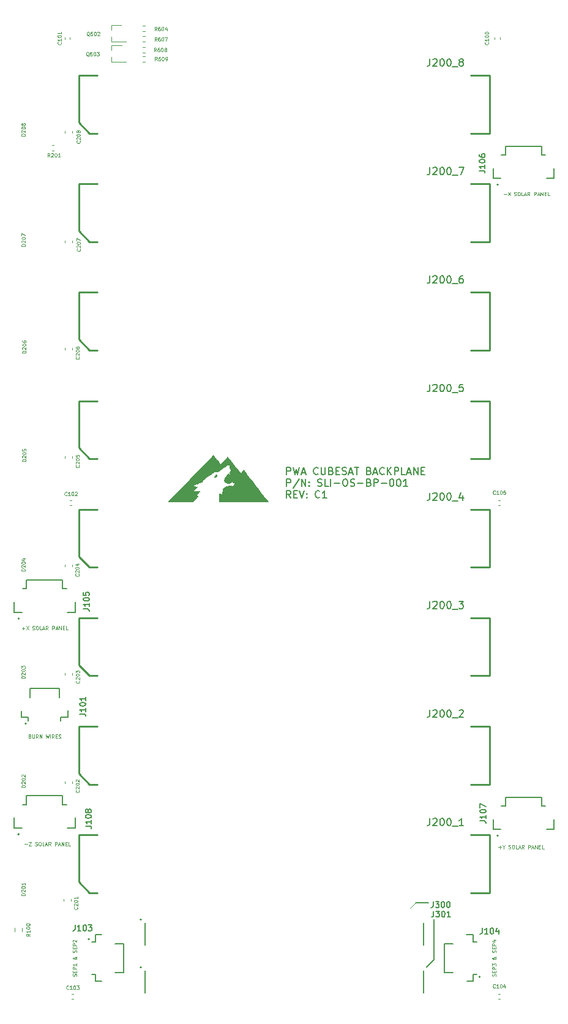
<source format=gto>
G04 #@! TF.GenerationSoftware,KiCad,Pcbnew,(6.0.5)*
G04 #@! TF.CreationDate,2022-05-10T11:54:52-04:00*
G04 #@! TF.ProjectId,backplane,6261636b-706c-4616-9e65-2e6b69636164,A1*
G04 #@! TF.SameCoordinates,Original*
G04 #@! TF.FileFunction,Legend,Top*
G04 #@! TF.FilePolarity,Positive*
%FSLAX46Y46*%
G04 Gerber Fmt 4.6, Leading zero omitted, Abs format (unit mm)*
G04 Created by KiCad (PCBNEW (6.0.5)) date 2022-05-10 11:54:52*
%MOMM*%
%LPD*%
G01*
G04 APERTURE LIST*
%ADD10C,0.200000*%
%ADD11C,0.120000*%
%ADD12C,0.100000*%
%ADD13C,0.150000*%
%ADD14C,0.254000*%
%ADD15C,0.010000*%
%ADD16C,0.127000*%
G04 APERTURE END LIST*
D10*
X117701000Y-169169000D02*
X116685000Y-170185000D01*
X116939000Y-161295000D02*
X115161000Y-161295000D01*
X117701000Y-163581000D02*
X117701000Y-169169000D01*
D11*
X115161000Y-161295000D02*
X114399000Y-162057000D01*
D12*
X61119047Y-153185714D02*
X61500000Y-153185714D01*
X61690476Y-152876190D02*
X62023809Y-152876190D01*
X61690476Y-153376190D01*
X62023809Y-153376190D01*
X62571428Y-153352380D02*
X62642857Y-153376190D01*
X62761904Y-153376190D01*
X62809523Y-153352380D01*
X62833333Y-153328571D01*
X62857142Y-153280952D01*
X62857142Y-153233333D01*
X62833333Y-153185714D01*
X62809523Y-153161904D01*
X62761904Y-153138095D01*
X62666666Y-153114285D01*
X62619047Y-153090476D01*
X62595238Y-153066666D01*
X62571428Y-153019047D01*
X62571428Y-152971428D01*
X62595238Y-152923809D01*
X62619047Y-152900000D01*
X62666666Y-152876190D01*
X62785714Y-152876190D01*
X62857142Y-152900000D01*
X63166666Y-152876190D02*
X63261904Y-152876190D01*
X63309523Y-152900000D01*
X63357142Y-152947619D01*
X63380952Y-153042857D01*
X63380952Y-153209523D01*
X63357142Y-153304761D01*
X63309523Y-153352380D01*
X63261904Y-153376190D01*
X63166666Y-153376190D01*
X63119047Y-153352380D01*
X63071428Y-153304761D01*
X63047619Y-153209523D01*
X63047619Y-153042857D01*
X63071428Y-152947619D01*
X63119047Y-152900000D01*
X63166666Y-152876190D01*
X63833333Y-153376190D02*
X63595238Y-153376190D01*
X63595238Y-152876190D01*
X63976190Y-153233333D02*
X64214285Y-153233333D01*
X63928571Y-153376190D02*
X64095238Y-152876190D01*
X64261904Y-153376190D01*
X64714285Y-153376190D02*
X64547619Y-153138095D01*
X64428571Y-153376190D02*
X64428571Y-152876190D01*
X64619047Y-152876190D01*
X64666666Y-152900000D01*
X64690476Y-152923809D01*
X64714285Y-152971428D01*
X64714285Y-153042857D01*
X64690476Y-153090476D01*
X64666666Y-153114285D01*
X64619047Y-153138095D01*
X64428571Y-153138095D01*
X65309523Y-153376190D02*
X65309523Y-152876190D01*
X65500000Y-152876190D01*
X65547619Y-152900000D01*
X65571428Y-152923809D01*
X65595238Y-152971428D01*
X65595238Y-153042857D01*
X65571428Y-153090476D01*
X65547619Y-153114285D01*
X65500000Y-153138095D01*
X65309523Y-153138095D01*
X65785714Y-153233333D02*
X66023809Y-153233333D01*
X65738095Y-153376190D02*
X65904761Y-152876190D01*
X66071428Y-153376190D01*
X66238095Y-153376190D02*
X66238095Y-152876190D01*
X66523809Y-153376190D01*
X66523809Y-152876190D01*
X66761904Y-153114285D02*
X66928571Y-153114285D01*
X67000000Y-153376190D02*
X66761904Y-153376190D01*
X66761904Y-152876190D01*
X67000000Y-152876190D01*
X67452380Y-153376190D02*
X67214285Y-153376190D01*
X67214285Y-152876190D01*
X126650857Y-153594714D02*
X127031809Y-153594714D01*
X126841333Y-153785190D02*
X126841333Y-153404238D01*
X127365142Y-153547095D02*
X127365142Y-153785190D01*
X127198476Y-153285190D02*
X127365142Y-153547095D01*
X127531809Y-153285190D01*
X128055619Y-153761380D02*
X128127047Y-153785190D01*
X128246095Y-153785190D01*
X128293714Y-153761380D01*
X128317523Y-153737571D01*
X128341333Y-153689952D01*
X128341333Y-153642333D01*
X128317523Y-153594714D01*
X128293714Y-153570904D01*
X128246095Y-153547095D01*
X128150857Y-153523285D01*
X128103238Y-153499476D01*
X128079428Y-153475666D01*
X128055619Y-153428047D01*
X128055619Y-153380428D01*
X128079428Y-153332809D01*
X128103238Y-153309000D01*
X128150857Y-153285190D01*
X128269904Y-153285190D01*
X128341333Y-153309000D01*
X128650857Y-153285190D02*
X128746095Y-153285190D01*
X128793714Y-153309000D01*
X128841333Y-153356619D01*
X128865142Y-153451857D01*
X128865142Y-153618523D01*
X128841333Y-153713761D01*
X128793714Y-153761380D01*
X128746095Y-153785190D01*
X128650857Y-153785190D01*
X128603238Y-153761380D01*
X128555619Y-153713761D01*
X128531809Y-153618523D01*
X128531809Y-153451857D01*
X128555619Y-153356619D01*
X128603238Y-153309000D01*
X128650857Y-153285190D01*
X129317523Y-153785190D02*
X129079428Y-153785190D01*
X129079428Y-153285190D01*
X129460380Y-153642333D02*
X129698476Y-153642333D01*
X129412761Y-153785190D02*
X129579428Y-153285190D01*
X129746095Y-153785190D01*
X130198476Y-153785190D02*
X130031809Y-153547095D01*
X129912761Y-153785190D02*
X129912761Y-153285190D01*
X130103238Y-153285190D01*
X130150857Y-153309000D01*
X130174666Y-153332809D01*
X130198476Y-153380428D01*
X130198476Y-153451857D01*
X130174666Y-153499476D01*
X130150857Y-153523285D01*
X130103238Y-153547095D01*
X129912761Y-153547095D01*
X130793714Y-153785190D02*
X130793714Y-153285190D01*
X130984190Y-153285190D01*
X131031809Y-153309000D01*
X131055619Y-153332809D01*
X131079428Y-153380428D01*
X131079428Y-153451857D01*
X131055619Y-153499476D01*
X131031809Y-153523285D01*
X130984190Y-153547095D01*
X130793714Y-153547095D01*
X131269904Y-153642333D02*
X131508000Y-153642333D01*
X131222285Y-153785190D02*
X131388952Y-153285190D01*
X131555619Y-153785190D01*
X131722285Y-153785190D02*
X131722285Y-153285190D01*
X132008000Y-153785190D01*
X132008000Y-153285190D01*
X132246095Y-153523285D02*
X132412761Y-153523285D01*
X132484190Y-153785190D02*
X132246095Y-153785190D01*
X132246095Y-153285190D01*
X132484190Y-153285190D01*
X132936571Y-153785190D02*
X132698476Y-153785190D01*
X132698476Y-153285190D01*
X127385047Y-63332714D02*
X127766000Y-63332714D01*
X127956476Y-63023190D02*
X128289809Y-63523190D01*
X128289809Y-63023190D02*
X127956476Y-63523190D01*
X128837428Y-63499380D02*
X128908857Y-63523190D01*
X129027904Y-63523190D01*
X129075523Y-63499380D01*
X129099333Y-63475571D01*
X129123142Y-63427952D01*
X129123142Y-63380333D01*
X129099333Y-63332714D01*
X129075523Y-63308904D01*
X129027904Y-63285095D01*
X128932666Y-63261285D01*
X128885047Y-63237476D01*
X128861238Y-63213666D01*
X128837428Y-63166047D01*
X128837428Y-63118428D01*
X128861238Y-63070809D01*
X128885047Y-63047000D01*
X128932666Y-63023190D01*
X129051714Y-63023190D01*
X129123142Y-63047000D01*
X129432666Y-63023190D02*
X129527904Y-63023190D01*
X129575523Y-63047000D01*
X129623142Y-63094619D01*
X129646952Y-63189857D01*
X129646952Y-63356523D01*
X129623142Y-63451761D01*
X129575523Y-63499380D01*
X129527904Y-63523190D01*
X129432666Y-63523190D01*
X129385047Y-63499380D01*
X129337428Y-63451761D01*
X129313619Y-63356523D01*
X129313619Y-63189857D01*
X129337428Y-63094619D01*
X129385047Y-63047000D01*
X129432666Y-63023190D01*
X130099333Y-63523190D02*
X129861238Y-63523190D01*
X129861238Y-63023190D01*
X130242190Y-63380333D02*
X130480285Y-63380333D01*
X130194571Y-63523190D02*
X130361238Y-63023190D01*
X130527904Y-63523190D01*
X130980285Y-63523190D02*
X130813619Y-63285095D01*
X130694571Y-63523190D02*
X130694571Y-63023190D01*
X130885047Y-63023190D01*
X130932666Y-63047000D01*
X130956476Y-63070809D01*
X130980285Y-63118428D01*
X130980285Y-63189857D01*
X130956476Y-63237476D01*
X130932666Y-63261285D01*
X130885047Y-63285095D01*
X130694571Y-63285095D01*
X131575523Y-63523190D02*
X131575523Y-63023190D01*
X131766000Y-63023190D01*
X131813619Y-63047000D01*
X131837428Y-63070809D01*
X131861238Y-63118428D01*
X131861238Y-63189857D01*
X131837428Y-63237476D01*
X131813619Y-63261285D01*
X131766000Y-63285095D01*
X131575523Y-63285095D01*
X132051714Y-63380333D02*
X132289809Y-63380333D01*
X132004095Y-63523190D02*
X132170761Y-63023190D01*
X132337428Y-63523190D01*
X132504095Y-63523190D02*
X132504095Y-63023190D01*
X132789809Y-63523190D01*
X132789809Y-63023190D01*
X133027904Y-63261285D02*
X133194571Y-63261285D01*
X133266000Y-63523190D02*
X133027904Y-63523190D01*
X133027904Y-63023190D01*
X133266000Y-63023190D01*
X133718380Y-63523190D02*
X133480285Y-63523190D01*
X133480285Y-63023190D01*
X68246380Y-171415000D02*
X68270190Y-171343571D01*
X68270190Y-171224523D01*
X68246380Y-171176904D01*
X68222571Y-171153095D01*
X68174952Y-171129285D01*
X68127333Y-171129285D01*
X68079714Y-171153095D01*
X68055904Y-171176904D01*
X68032095Y-171224523D01*
X68008285Y-171319761D01*
X67984476Y-171367380D01*
X67960666Y-171391190D01*
X67913047Y-171415000D01*
X67865428Y-171415000D01*
X67817809Y-171391190D01*
X67794000Y-171367380D01*
X67770190Y-171319761D01*
X67770190Y-171200714D01*
X67794000Y-171129285D01*
X68008285Y-170915000D02*
X68008285Y-170748333D01*
X68270190Y-170676904D02*
X68270190Y-170915000D01*
X67770190Y-170915000D01*
X67770190Y-170676904D01*
X68270190Y-170462619D02*
X67770190Y-170462619D01*
X67770190Y-170272142D01*
X67794000Y-170224523D01*
X67817809Y-170200714D01*
X67865428Y-170176904D01*
X67936857Y-170176904D01*
X67984476Y-170200714D01*
X68008285Y-170224523D01*
X68032095Y-170272142D01*
X68032095Y-170462619D01*
X68270190Y-169700714D02*
X68270190Y-169986428D01*
X68270190Y-169843571D02*
X67770190Y-169843571D01*
X67841619Y-169891190D01*
X67889238Y-169938809D01*
X67913047Y-169986428D01*
X68270190Y-168700714D02*
X68270190Y-168724523D01*
X68246380Y-168772142D01*
X68174952Y-168843571D01*
X68032095Y-168962619D01*
X67960666Y-169010238D01*
X67889238Y-169034047D01*
X67841619Y-169034047D01*
X67794000Y-169010238D01*
X67770190Y-168962619D01*
X67770190Y-168938809D01*
X67794000Y-168891190D01*
X67841619Y-168867380D01*
X67865428Y-168867380D01*
X67913047Y-168891190D01*
X67936857Y-168915000D01*
X68032095Y-169057857D01*
X68055904Y-169081666D01*
X68103523Y-169105476D01*
X68174952Y-169105476D01*
X68222571Y-169081666D01*
X68246380Y-169057857D01*
X68270190Y-169010238D01*
X68270190Y-168938809D01*
X68246380Y-168891190D01*
X68222571Y-168867380D01*
X68127333Y-168795952D01*
X68055904Y-168772142D01*
X68008285Y-168772142D01*
X68246380Y-168129285D02*
X68270190Y-168057857D01*
X68270190Y-167938809D01*
X68246380Y-167891190D01*
X68222571Y-167867380D01*
X68174952Y-167843571D01*
X68127333Y-167843571D01*
X68079714Y-167867380D01*
X68055904Y-167891190D01*
X68032095Y-167938809D01*
X68008285Y-168034047D01*
X67984476Y-168081666D01*
X67960666Y-168105476D01*
X67913047Y-168129285D01*
X67865428Y-168129285D01*
X67817809Y-168105476D01*
X67794000Y-168081666D01*
X67770190Y-168034047D01*
X67770190Y-167915000D01*
X67794000Y-167843571D01*
X68008285Y-167629285D02*
X68008285Y-167462619D01*
X68270190Y-167391190D02*
X68270190Y-167629285D01*
X67770190Y-167629285D01*
X67770190Y-167391190D01*
X68270190Y-167176904D02*
X67770190Y-167176904D01*
X67770190Y-166986428D01*
X67794000Y-166938809D01*
X67817809Y-166915000D01*
X67865428Y-166891190D01*
X67936857Y-166891190D01*
X67984476Y-166915000D01*
X68008285Y-166938809D01*
X68032095Y-166986428D01*
X68032095Y-167176904D01*
X67817809Y-166700714D02*
X67794000Y-166676904D01*
X67770190Y-166629285D01*
X67770190Y-166510238D01*
X67794000Y-166462619D01*
X67817809Y-166438809D01*
X67865428Y-166415000D01*
X67913047Y-166415000D01*
X67984476Y-166438809D01*
X68270190Y-166724523D01*
X68270190Y-166415000D01*
D10*
X97368095Y-102088380D02*
X97368095Y-101088380D01*
X97749047Y-101088380D01*
X97844285Y-101136000D01*
X97891904Y-101183619D01*
X97939523Y-101278857D01*
X97939523Y-101421714D01*
X97891904Y-101516952D01*
X97844285Y-101564571D01*
X97749047Y-101612190D01*
X97368095Y-101612190D01*
X98272857Y-101088380D02*
X98510952Y-102088380D01*
X98701428Y-101374095D01*
X98891904Y-102088380D01*
X99130000Y-101088380D01*
X99463333Y-101802666D02*
X99939523Y-101802666D01*
X99368095Y-102088380D02*
X99701428Y-101088380D01*
X100034761Y-102088380D01*
X101701428Y-101993142D02*
X101653809Y-102040761D01*
X101510952Y-102088380D01*
X101415714Y-102088380D01*
X101272857Y-102040761D01*
X101177619Y-101945523D01*
X101130000Y-101850285D01*
X101082380Y-101659809D01*
X101082380Y-101516952D01*
X101130000Y-101326476D01*
X101177619Y-101231238D01*
X101272857Y-101136000D01*
X101415714Y-101088380D01*
X101510952Y-101088380D01*
X101653809Y-101136000D01*
X101701428Y-101183619D01*
X102130000Y-101088380D02*
X102130000Y-101897904D01*
X102177619Y-101993142D01*
X102225238Y-102040761D01*
X102320476Y-102088380D01*
X102510952Y-102088380D01*
X102606190Y-102040761D01*
X102653809Y-101993142D01*
X102701428Y-101897904D01*
X102701428Y-101088380D01*
X103510952Y-101564571D02*
X103653809Y-101612190D01*
X103701428Y-101659809D01*
X103749047Y-101755047D01*
X103749047Y-101897904D01*
X103701428Y-101993142D01*
X103653809Y-102040761D01*
X103558571Y-102088380D01*
X103177619Y-102088380D01*
X103177619Y-101088380D01*
X103510952Y-101088380D01*
X103606190Y-101136000D01*
X103653809Y-101183619D01*
X103701428Y-101278857D01*
X103701428Y-101374095D01*
X103653809Y-101469333D01*
X103606190Y-101516952D01*
X103510952Y-101564571D01*
X103177619Y-101564571D01*
X104177619Y-101564571D02*
X104510952Y-101564571D01*
X104653809Y-102088380D02*
X104177619Y-102088380D01*
X104177619Y-101088380D01*
X104653809Y-101088380D01*
X105034761Y-102040761D02*
X105177619Y-102088380D01*
X105415714Y-102088380D01*
X105510952Y-102040761D01*
X105558571Y-101993142D01*
X105606190Y-101897904D01*
X105606190Y-101802666D01*
X105558571Y-101707428D01*
X105510952Y-101659809D01*
X105415714Y-101612190D01*
X105225238Y-101564571D01*
X105130000Y-101516952D01*
X105082380Y-101469333D01*
X105034761Y-101374095D01*
X105034761Y-101278857D01*
X105082380Y-101183619D01*
X105130000Y-101136000D01*
X105225238Y-101088380D01*
X105463333Y-101088380D01*
X105606190Y-101136000D01*
X105987142Y-101802666D02*
X106463333Y-101802666D01*
X105891904Y-102088380D02*
X106225238Y-101088380D01*
X106558571Y-102088380D01*
X106749047Y-101088380D02*
X107320476Y-101088380D01*
X107034761Y-102088380D02*
X107034761Y-101088380D01*
X108749047Y-101564571D02*
X108891904Y-101612190D01*
X108939523Y-101659809D01*
X108987142Y-101755047D01*
X108987142Y-101897904D01*
X108939523Y-101993142D01*
X108891904Y-102040761D01*
X108796666Y-102088380D01*
X108415714Y-102088380D01*
X108415714Y-101088380D01*
X108749047Y-101088380D01*
X108844285Y-101136000D01*
X108891904Y-101183619D01*
X108939523Y-101278857D01*
X108939523Y-101374095D01*
X108891904Y-101469333D01*
X108844285Y-101516952D01*
X108749047Y-101564571D01*
X108415714Y-101564571D01*
X109368095Y-101802666D02*
X109844285Y-101802666D01*
X109272857Y-102088380D02*
X109606190Y-101088380D01*
X109939523Y-102088380D01*
X110844285Y-101993142D02*
X110796666Y-102040761D01*
X110653809Y-102088380D01*
X110558571Y-102088380D01*
X110415714Y-102040761D01*
X110320476Y-101945523D01*
X110272857Y-101850285D01*
X110225238Y-101659809D01*
X110225238Y-101516952D01*
X110272857Y-101326476D01*
X110320476Y-101231238D01*
X110415714Y-101136000D01*
X110558571Y-101088380D01*
X110653809Y-101088380D01*
X110796666Y-101136000D01*
X110844285Y-101183619D01*
X111272857Y-102088380D02*
X111272857Y-101088380D01*
X111844285Y-102088380D02*
X111415714Y-101516952D01*
X111844285Y-101088380D02*
X111272857Y-101659809D01*
X112272857Y-102088380D02*
X112272857Y-101088380D01*
X112653809Y-101088380D01*
X112749047Y-101136000D01*
X112796666Y-101183619D01*
X112844285Y-101278857D01*
X112844285Y-101421714D01*
X112796666Y-101516952D01*
X112749047Y-101564571D01*
X112653809Y-101612190D01*
X112272857Y-101612190D01*
X113749047Y-102088380D02*
X113272857Y-102088380D01*
X113272857Y-101088380D01*
X114034761Y-101802666D02*
X114510952Y-101802666D01*
X113939523Y-102088380D02*
X114272857Y-101088380D01*
X114606190Y-102088380D01*
X114939523Y-102088380D02*
X114939523Y-101088380D01*
X115510952Y-102088380D01*
X115510952Y-101088380D01*
X115987142Y-101564571D02*
X116320476Y-101564571D01*
X116463333Y-102088380D02*
X115987142Y-102088380D01*
X115987142Y-101088380D01*
X116463333Y-101088380D01*
X97368095Y-103698380D02*
X97368095Y-102698380D01*
X97749047Y-102698380D01*
X97844285Y-102746000D01*
X97891904Y-102793619D01*
X97939523Y-102888857D01*
X97939523Y-103031714D01*
X97891904Y-103126952D01*
X97844285Y-103174571D01*
X97749047Y-103222190D01*
X97368095Y-103222190D01*
X99082380Y-102650761D02*
X98225238Y-103936476D01*
X99415714Y-103698380D02*
X99415714Y-102698380D01*
X99987142Y-103698380D01*
X99987142Y-102698380D01*
X100463333Y-103603142D02*
X100510952Y-103650761D01*
X100463333Y-103698380D01*
X100415714Y-103650761D01*
X100463333Y-103603142D01*
X100463333Y-103698380D01*
X100463333Y-103079333D02*
X100510952Y-103126952D01*
X100463333Y-103174571D01*
X100415714Y-103126952D01*
X100463333Y-103079333D01*
X100463333Y-103174571D01*
X101653809Y-103650761D02*
X101796666Y-103698380D01*
X102034761Y-103698380D01*
X102130000Y-103650761D01*
X102177619Y-103603142D01*
X102225238Y-103507904D01*
X102225238Y-103412666D01*
X102177619Y-103317428D01*
X102130000Y-103269809D01*
X102034761Y-103222190D01*
X101844285Y-103174571D01*
X101749047Y-103126952D01*
X101701428Y-103079333D01*
X101653809Y-102984095D01*
X101653809Y-102888857D01*
X101701428Y-102793619D01*
X101749047Y-102746000D01*
X101844285Y-102698380D01*
X102082380Y-102698380D01*
X102225238Y-102746000D01*
X103130000Y-103698380D02*
X102653809Y-103698380D01*
X102653809Y-102698380D01*
X103463333Y-103698380D02*
X103463333Y-102698380D01*
X103939523Y-103317428D02*
X104701428Y-103317428D01*
X105368095Y-102698380D02*
X105558571Y-102698380D01*
X105653809Y-102746000D01*
X105749047Y-102841238D01*
X105796666Y-103031714D01*
X105796666Y-103365047D01*
X105749047Y-103555523D01*
X105653809Y-103650761D01*
X105558571Y-103698380D01*
X105368095Y-103698380D01*
X105272857Y-103650761D01*
X105177619Y-103555523D01*
X105130000Y-103365047D01*
X105130000Y-103031714D01*
X105177619Y-102841238D01*
X105272857Y-102746000D01*
X105368095Y-102698380D01*
X106177619Y-103650761D02*
X106320476Y-103698380D01*
X106558571Y-103698380D01*
X106653809Y-103650761D01*
X106701428Y-103603142D01*
X106749047Y-103507904D01*
X106749047Y-103412666D01*
X106701428Y-103317428D01*
X106653809Y-103269809D01*
X106558571Y-103222190D01*
X106368095Y-103174571D01*
X106272857Y-103126952D01*
X106225238Y-103079333D01*
X106177619Y-102984095D01*
X106177619Y-102888857D01*
X106225238Y-102793619D01*
X106272857Y-102746000D01*
X106368095Y-102698380D01*
X106606190Y-102698380D01*
X106749047Y-102746000D01*
X107177619Y-103317428D02*
X107939523Y-103317428D01*
X108749047Y-103174571D02*
X108891904Y-103222190D01*
X108939523Y-103269809D01*
X108987142Y-103365047D01*
X108987142Y-103507904D01*
X108939523Y-103603142D01*
X108891904Y-103650761D01*
X108796666Y-103698380D01*
X108415714Y-103698380D01*
X108415714Y-102698380D01*
X108749047Y-102698380D01*
X108844285Y-102746000D01*
X108891904Y-102793619D01*
X108939523Y-102888857D01*
X108939523Y-102984095D01*
X108891904Y-103079333D01*
X108844285Y-103126952D01*
X108749047Y-103174571D01*
X108415714Y-103174571D01*
X109415714Y-103698380D02*
X109415714Y-102698380D01*
X109796666Y-102698380D01*
X109891904Y-102746000D01*
X109939523Y-102793619D01*
X109987142Y-102888857D01*
X109987142Y-103031714D01*
X109939523Y-103126952D01*
X109891904Y-103174571D01*
X109796666Y-103222190D01*
X109415714Y-103222190D01*
X110415714Y-103317428D02*
X111177619Y-103317428D01*
X111844285Y-102698380D02*
X111939523Y-102698380D01*
X112034761Y-102746000D01*
X112082380Y-102793619D01*
X112130000Y-102888857D01*
X112177619Y-103079333D01*
X112177619Y-103317428D01*
X112130000Y-103507904D01*
X112082380Y-103603142D01*
X112034761Y-103650761D01*
X111939523Y-103698380D01*
X111844285Y-103698380D01*
X111749047Y-103650761D01*
X111701428Y-103603142D01*
X111653809Y-103507904D01*
X111606190Y-103317428D01*
X111606190Y-103079333D01*
X111653809Y-102888857D01*
X111701428Y-102793619D01*
X111749047Y-102746000D01*
X111844285Y-102698380D01*
X112796666Y-102698380D02*
X112891904Y-102698380D01*
X112987142Y-102746000D01*
X113034761Y-102793619D01*
X113082380Y-102888857D01*
X113130000Y-103079333D01*
X113130000Y-103317428D01*
X113082380Y-103507904D01*
X113034761Y-103603142D01*
X112987142Y-103650761D01*
X112891904Y-103698380D01*
X112796666Y-103698380D01*
X112701428Y-103650761D01*
X112653809Y-103603142D01*
X112606190Y-103507904D01*
X112558571Y-103317428D01*
X112558571Y-103079333D01*
X112606190Y-102888857D01*
X112653809Y-102793619D01*
X112701428Y-102746000D01*
X112796666Y-102698380D01*
X114082380Y-103698380D02*
X113510952Y-103698380D01*
X113796666Y-103698380D02*
X113796666Y-102698380D01*
X113701428Y-102841238D01*
X113606190Y-102936476D01*
X113510952Y-102984095D01*
X97939523Y-105308380D02*
X97606190Y-104832190D01*
X97368095Y-105308380D02*
X97368095Y-104308380D01*
X97749047Y-104308380D01*
X97844285Y-104356000D01*
X97891904Y-104403619D01*
X97939523Y-104498857D01*
X97939523Y-104641714D01*
X97891904Y-104736952D01*
X97844285Y-104784571D01*
X97749047Y-104832190D01*
X97368095Y-104832190D01*
X98368095Y-104784571D02*
X98701428Y-104784571D01*
X98844285Y-105308380D02*
X98368095Y-105308380D01*
X98368095Y-104308380D01*
X98844285Y-104308380D01*
X99130000Y-104308380D02*
X99463333Y-105308380D01*
X99796666Y-104308380D01*
X100130000Y-105213142D02*
X100177619Y-105260761D01*
X100130000Y-105308380D01*
X100082380Y-105260761D01*
X100130000Y-105213142D01*
X100130000Y-105308380D01*
X100130000Y-104689333D02*
X100177619Y-104736952D01*
X100130000Y-104784571D01*
X100082380Y-104736952D01*
X100130000Y-104689333D01*
X100130000Y-104784571D01*
X101939523Y-105213142D02*
X101891904Y-105260761D01*
X101749047Y-105308380D01*
X101653809Y-105308380D01*
X101510952Y-105260761D01*
X101415714Y-105165523D01*
X101368095Y-105070285D01*
X101320476Y-104879809D01*
X101320476Y-104736952D01*
X101368095Y-104546476D01*
X101415714Y-104451238D01*
X101510952Y-104356000D01*
X101653809Y-104308380D01*
X101749047Y-104308380D01*
X101891904Y-104356000D01*
X101939523Y-104403619D01*
X102891904Y-105308380D02*
X102320476Y-105308380D01*
X102606190Y-105308380D02*
X102606190Y-104308380D01*
X102510952Y-104451238D01*
X102415714Y-104546476D01*
X102320476Y-104594095D01*
D12*
X61833380Y-138267285D02*
X61904809Y-138291095D01*
X61928619Y-138314904D01*
X61952428Y-138362523D01*
X61952428Y-138433952D01*
X61928619Y-138481571D01*
X61904809Y-138505380D01*
X61857190Y-138529190D01*
X61666714Y-138529190D01*
X61666714Y-138029190D01*
X61833380Y-138029190D01*
X61881000Y-138053000D01*
X61904809Y-138076809D01*
X61928619Y-138124428D01*
X61928619Y-138172047D01*
X61904809Y-138219666D01*
X61881000Y-138243476D01*
X61833380Y-138267285D01*
X61666714Y-138267285D01*
X62166714Y-138029190D02*
X62166714Y-138433952D01*
X62190523Y-138481571D01*
X62214333Y-138505380D01*
X62261952Y-138529190D01*
X62357190Y-138529190D01*
X62404809Y-138505380D01*
X62428619Y-138481571D01*
X62452428Y-138433952D01*
X62452428Y-138029190D01*
X62976238Y-138529190D02*
X62809571Y-138291095D01*
X62690523Y-138529190D02*
X62690523Y-138029190D01*
X62881000Y-138029190D01*
X62928619Y-138053000D01*
X62952428Y-138076809D01*
X62976238Y-138124428D01*
X62976238Y-138195857D01*
X62952428Y-138243476D01*
X62928619Y-138267285D01*
X62881000Y-138291095D01*
X62690523Y-138291095D01*
X63190523Y-138529190D02*
X63190523Y-138029190D01*
X63476238Y-138529190D01*
X63476238Y-138029190D01*
X64047666Y-138029190D02*
X64166714Y-138529190D01*
X64261952Y-138172047D01*
X64357190Y-138529190D01*
X64476238Y-138029190D01*
X64666714Y-138529190D02*
X64666714Y-138029190D01*
X65190523Y-138529190D02*
X65023857Y-138291095D01*
X64904809Y-138529190D02*
X64904809Y-138029190D01*
X65095285Y-138029190D01*
X65142904Y-138053000D01*
X65166714Y-138076809D01*
X65190523Y-138124428D01*
X65190523Y-138195857D01*
X65166714Y-138243476D01*
X65142904Y-138267285D01*
X65095285Y-138291095D01*
X64904809Y-138291095D01*
X65404809Y-138267285D02*
X65571476Y-138267285D01*
X65642904Y-138529190D02*
X65404809Y-138529190D01*
X65404809Y-138029190D01*
X65642904Y-138029190D01*
X65833380Y-138505380D02*
X65904809Y-138529190D01*
X66023857Y-138529190D01*
X66071476Y-138505380D01*
X66095285Y-138481571D01*
X66119095Y-138433952D01*
X66119095Y-138386333D01*
X66095285Y-138338714D01*
X66071476Y-138314904D01*
X66023857Y-138291095D01*
X65928619Y-138267285D01*
X65881000Y-138243476D01*
X65857190Y-138219666D01*
X65833380Y-138172047D01*
X65833380Y-138124428D01*
X65857190Y-138076809D01*
X65881000Y-138053000D01*
X65928619Y-138029190D01*
X66047666Y-138029190D01*
X66119095Y-138053000D01*
X126285380Y-171415000D02*
X126309190Y-171343571D01*
X126309190Y-171224523D01*
X126285380Y-171176904D01*
X126261571Y-171153095D01*
X126213952Y-171129285D01*
X126166333Y-171129285D01*
X126118714Y-171153095D01*
X126094904Y-171176904D01*
X126071095Y-171224523D01*
X126047285Y-171319761D01*
X126023476Y-171367380D01*
X125999666Y-171391190D01*
X125952047Y-171415000D01*
X125904428Y-171415000D01*
X125856809Y-171391190D01*
X125833000Y-171367380D01*
X125809190Y-171319761D01*
X125809190Y-171200714D01*
X125833000Y-171129285D01*
X126047285Y-170915000D02*
X126047285Y-170748333D01*
X126309190Y-170676904D02*
X126309190Y-170915000D01*
X125809190Y-170915000D01*
X125809190Y-170676904D01*
X126309190Y-170462619D02*
X125809190Y-170462619D01*
X125809190Y-170272142D01*
X125833000Y-170224523D01*
X125856809Y-170200714D01*
X125904428Y-170176904D01*
X125975857Y-170176904D01*
X126023476Y-170200714D01*
X126047285Y-170224523D01*
X126071095Y-170272142D01*
X126071095Y-170462619D01*
X125809190Y-170010238D02*
X125809190Y-169700714D01*
X125999666Y-169867380D01*
X125999666Y-169795952D01*
X126023476Y-169748333D01*
X126047285Y-169724523D01*
X126094904Y-169700714D01*
X126213952Y-169700714D01*
X126261571Y-169724523D01*
X126285380Y-169748333D01*
X126309190Y-169795952D01*
X126309190Y-169938809D01*
X126285380Y-169986428D01*
X126261571Y-170010238D01*
X126309190Y-168700714D02*
X126309190Y-168724523D01*
X126285380Y-168772142D01*
X126213952Y-168843571D01*
X126071095Y-168962619D01*
X125999666Y-169010238D01*
X125928238Y-169034047D01*
X125880619Y-169034047D01*
X125833000Y-169010238D01*
X125809190Y-168962619D01*
X125809190Y-168938809D01*
X125833000Y-168891190D01*
X125880619Y-168867380D01*
X125904428Y-168867380D01*
X125952047Y-168891190D01*
X125975857Y-168915000D01*
X126071095Y-169057857D01*
X126094904Y-169081666D01*
X126142523Y-169105476D01*
X126213952Y-169105476D01*
X126261571Y-169081666D01*
X126285380Y-169057857D01*
X126309190Y-169010238D01*
X126309190Y-168938809D01*
X126285380Y-168891190D01*
X126261571Y-168867380D01*
X126166333Y-168795952D01*
X126094904Y-168772142D01*
X126047285Y-168772142D01*
X126285380Y-168129285D02*
X126309190Y-168057857D01*
X126309190Y-167938809D01*
X126285380Y-167891190D01*
X126261571Y-167867380D01*
X126213952Y-167843571D01*
X126166333Y-167843571D01*
X126118714Y-167867380D01*
X126094904Y-167891190D01*
X126071095Y-167938809D01*
X126047285Y-168034047D01*
X126023476Y-168081666D01*
X125999666Y-168105476D01*
X125952047Y-168129285D01*
X125904428Y-168129285D01*
X125856809Y-168105476D01*
X125833000Y-168081666D01*
X125809190Y-168034047D01*
X125809190Y-167915000D01*
X125833000Y-167843571D01*
X126047285Y-167629285D02*
X126047285Y-167462619D01*
X126309190Y-167391190D02*
X126309190Y-167629285D01*
X125809190Y-167629285D01*
X125809190Y-167391190D01*
X126309190Y-167176904D02*
X125809190Y-167176904D01*
X125809190Y-166986428D01*
X125833000Y-166938809D01*
X125856809Y-166915000D01*
X125904428Y-166891190D01*
X125975857Y-166891190D01*
X126023476Y-166915000D01*
X126047285Y-166938809D01*
X126071095Y-166986428D01*
X126071095Y-167176904D01*
X125975857Y-166462619D02*
X126309190Y-166462619D01*
X125785380Y-166581666D02*
X126142523Y-166700714D01*
X126142523Y-166391190D01*
X60750047Y-123352714D02*
X61131000Y-123352714D01*
X60940523Y-123543190D02*
X60940523Y-123162238D01*
X61321476Y-123043190D02*
X61654809Y-123543190D01*
X61654809Y-123043190D02*
X61321476Y-123543190D01*
X62202428Y-123519380D02*
X62273857Y-123543190D01*
X62392904Y-123543190D01*
X62440523Y-123519380D01*
X62464333Y-123495571D01*
X62488142Y-123447952D01*
X62488142Y-123400333D01*
X62464333Y-123352714D01*
X62440523Y-123328904D01*
X62392904Y-123305095D01*
X62297666Y-123281285D01*
X62250047Y-123257476D01*
X62226238Y-123233666D01*
X62202428Y-123186047D01*
X62202428Y-123138428D01*
X62226238Y-123090809D01*
X62250047Y-123067000D01*
X62297666Y-123043190D01*
X62416714Y-123043190D01*
X62488142Y-123067000D01*
X62797666Y-123043190D02*
X62892904Y-123043190D01*
X62940523Y-123067000D01*
X62988142Y-123114619D01*
X63011952Y-123209857D01*
X63011952Y-123376523D01*
X62988142Y-123471761D01*
X62940523Y-123519380D01*
X62892904Y-123543190D01*
X62797666Y-123543190D01*
X62750047Y-123519380D01*
X62702428Y-123471761D01*
X62678619Y-123376523D01*
X62678619Y-123209857D01*
X62702428Y-123114619D01*
X62750047Y-123067000D01*
X62797666Y-123043190D01*
X63464333Y-123543190D02*
X63226238Y-123543190D01*
X63226238Y-123043190D01*
X63607190Y-123400333D02*
X63845285Y-123400333D01*
X63559571Y-123543190D02*
X63726238Y-123043190D01*
X63892904Y-123543190D01*
X64345285Y-123543190D02*
X64178619Y-123305095D01*
X64059571Y-123543190D02*
X64059571Y-123043190D01*
X64250047Y-123043190D01*
X64297666Y-123067000D01*
X64321476Y-123090809D01*
X64345285Y-123138428D01*
X64345285Y-123209857D01*
X64321476Y-123257476D01*
X64297666Y-123281285D01*
X64250047Y-123305095D01*
X64059571Y-123305095D01*
X64940523Y-123543190D02*
X64940523Y-123043190D01*
X65131000Y-123043190D01*
X65178619Y-123067000D01*
X65202428Y-123090809D01*
X65226238Y-123138428D01*
X65226238Y-123209857D01*
X65202428Y-123257476D01*
X65178619Y-123281285D01*
X65131000Y-123305095D01*
X64940523Y-123305095D01*
X65416714Y-123400333D02*
X65654809Y-123400333D01*
X65369095Y-123543190D02*
X65535761Y-123043190D01*
X65702428Y-123543190D01*
X65869095Y-123543190D02*
X65869095Y-123043190D01*
X66154809Y-123543190D01*
X66154809Y-123043190D01*
X66392904Y-123281285D02*
X66559571Y-123281285D01*
X66631000Y-123543190D02*
X66392904Y-123543190D01*
X66392904Y-123043190D01*
X66631000Y-123043190D01*
X67083380Y-123543190D02*
X66845285Y-123543190D01*
X66845285Y-123043190D01*
X66129571Y-42309523D02*
X66153380Y-42333333D01*
X66177190Y-42404761D01*
X66177190Y-42452380D01*
X66153380Y-42523809D01*
X66105761Y-42571428D01*
X66058142Y-42595238D01*
X65962904Y-42619047D01*
X65891476Y-42619047D01*
X65796238Y-42595238D01*
X65748619Y-42571428D01*
X65701000Y-42523809D01*
X65677190Y-42452380D01*
X65677190Y-42404761D01*
X65701000Y-42333333D01*
X65724809Y-42309523D01*
X66177190Y-41833333D02*
X66177190Y-42119047D01*
X66177190Y-41976190D02*
X65677190Y-41976190D01*
X65748619Y-42023809D01*
X65796238Y-42071428D01*
X65820047Y-42119047D01*
X65677190Y-41523809D02*
X65677190Y-41476190D01*
X65701000Y-41428571D01*
X65724809Y-41404761D01*
X65772428Y-41380952D01*
X65867666Y-41357142D01*
X65986714Y-41357142D01*
X66081952Y-41380952D01*
X66129571Y-41404761D01*
X66153380Y-41428571D01*
X66177190Y-41476190D01*
X66177190Y-41523809D01*
X66153380Y-41571428D01*
X66129571Y-41595238D01*
X66081952Y-41619047D01*
X65986714Y-41642857D01*
X65867666Y-41642857D01*
X65772428Y-41619047D01*
X65724809Y-41595238D01*
X65701000Y-41571428D01*
X65677190Y-41523809D01*
X66177190Y-40880952D02*
X66177190Y-41166666D01*
X66177190Y-41023809D02*
X65677190Y-41023809D01*
X65748619Y-41071428D01*
X65796238Y-41119047D01*
X65820047Y-41166666D01*
X66940476Y-104928571D02*
X66916666Y-104952380D01*
X66845238Y-104976190D01*
X66797619Y-104976190D01*
X66726190Y-104952380D01*
X66678571Y-104904761D01*
X66654761Y-104857142D01*
X66630952Y-104761904D01*
X66630952Y-104690476D01*
X66654761Y-104595238D01*
X66678571Y-104547619D01*
X66726190Y-104500000D01*
X66797619Y-104476190D01*
X66845238Y-104476190D01*
X66916666Y-104500000D01*
X66940476Y-104523809D01*
X67416666Y-104976190D02*
X67130952Y-104976190D01*
X67273809Y-104976190D02*
X67273809Y-104476190D01*
X67226190Y-104547619D01*
X67178571Y-104595238D01*
X67130952Y-104619047D01*
X67726190Y-104476190D02*
X67773809Y-104476190D01*
X67821428Y-104500000D01*
X67845238Y-104523809D01*
X67869047Y-104571428D01*
X67892857Y-104666666D01*
X67892857Y-104785714D01*
X67869047Y-104880952D01*
X67845238Y-104928571D01*
X67821428Y-104952380D01*
X67773809Y-104976190D01*
X67726190Y-104976190D01*
X67678571Y-104952380D01*
X67654761Y-104928571D01*
X67630952Y-104880952D01*
X67607142Y-104785714D01*
X67607142Y-104666666D01*
X67630952Y-104571428D01*
X67654761Y-104523809D01*
X67678571Y-104500000D01*
X67726190Y-104476190D01*
X68083333Y-104523809D02*
X68107142Y-104500000D01*
X68154761Y-104476190D01*
X68273809Y-104476190D01*
X68321428Y-104500000D01*
X68345238Y-104523809D01*
X68369047Y-104571428D01*
X68369047Y-104619047D01*
X68345238Y-104690476D01*
X68059523Y-104976190D01*
X68369047Y-104976190D01*
X67190476Y-173178571D02*
X67166666Y-173202380D01*
X67095238Y-173226190D01*
X67047619Y-173226190D01*
X66976190Y-173202380D01*
X66928571Y-173154761D01*
X66904761Y-173107142D01*
X66880952Y-173011904D01*
X66880952Y-172940476D01*
X66904761Y-172845238D01*
X66928571Y-172797619D01*
X66976190Y-172750000D01*
X67047619Y-172726190D01*
X67095238Y-172726190D01*
X67166666Y-172750000D01*
X67190476Y-172773809D01*
X67666666Y-173226190D02*
X67380952Y-173226190D01*
X67523809Y-173226190D02*
X67523809Y-172726190D01*
X67476190Y-172797619D01*
X67428571Y-172845238D01*
X67380952Y-172869047D01*
X67976190Y-172726190D02*
X68023809Y-172726190D01*
X68071428Y-172750000D01*
X68095238Y-172773809D01*
X68119047Y-172821428D01*
X68142857Y-172916666D01*
X68142857Y-173035714D01*
X68119047Y-173130952D01*
X68095238Y-173178571D01*
X68071428Y-173202380D01*
X68023809Y-173226190D01*
X67976190Y-173226190D01*
X67928571Y-173202380D01*
X67904761Y-173178571D01*
X67880952Y-173130952D01*
X67857142Y-173035714D01*
X67857142Y-172916666D01*
X67880952Y-172821428D01*
X67904761Y-172773809D01*
X67928571Y-172750000D01*
X67976190Y-172726190D01*
X68309523Y-172726190D02*
X68619047Y-172726190D01*
X68452380Y-172916666D01*
X68523809Y-172916666D01*
X68571428Y-172940476D01*
X68595238Y-172964285D01*
X68619047Y-173011904D01*
X68619047Y-173130952D01*
X68595238Y-173178571D01*
X68571428Y-173202380D01*
X68523809Y-173226190D01*
X68380952Y-173226190D01*
X68333333Y-173202380D01*
X68309523Y-173178571D01*
X126190476Y-172998571D02*
X126166666Y-173022380D01*
X126095238Y-173046190D01*
X126047619Y-173046190D01*
X125976190Y-173022380D01*
X125928571Y-172974761D01*
X125904761Y-172927142D01*
X125880952Y-172831904D01*
X125880952Y-172760476D01*
X125904761Y-172665238D01*
X125928571Y-172617619D01*
X125976190Y-172570000D01*
X126047619Y-172546190D01*
X126095238Y-172546190D01*
X126166666Y-172570000D01*
X126190476Y-172593809D01*
X126666666Y-173046190D02*
X126380952Y-173046190D01*
X126523809Y-173046190D02*
X126523809Y-172546190D01*
X126476190Y-172617619D01*
X126428571Y-172665238D01*
X126380952Y-172689047D01*
X126976190Y-172546190D02*
X127023809Y-172546190D01*
X127071428Y-172570000D01*
X127095238Y-172593809D01*
X127119047Y-172641428D01*
X127142857Y-172736666D01*
X127142857Y-172855714D01*
X127119047Y-172950952D01*
X127095238Y-172998571D01*
X127071428Y-173022380D01*
X127023809Y-173046190D01*
X126976190Y-173046190D01*
X126928571Y-173022380D01*
X126904761Y-172998571D01*
X126880952Y-172950952D01*
X126857142Y-172855714D01*
X126857142Y-172736666D01*
X126880952Y-172641428D01*
X126904761Y-172593809D01*
X126928571Y-172570000D01*
X126976190Y-172546190D01*
X127571428Y-172712857D02*
X127571428Y-173046190D01*
X127452380Y-172522380D02*
X127333333Y-172879523D01*
X127642857Y-172879523D01*
X125248571Y-42309523D02*
X125272380Y-42333333D01*
X125296190Y-42404761D01*
X125296190Y-42452380D01*
X125272380Y-42523809D01*
X125224761Y-42571428D01*
X125177142Y-42595238D01*
X125081904Y-42619047D01*
X125010476Y-42619047D01*
X124915238Y-42595238D01*
X124867619Y-42571428D01*
X124820000Y-42523809D01*
X124796190Y-42452380D01*
X124796190Y-42404761D01*
X124820000Y-42333333D01*
X124843809Y-42309523D01*
X125296190Y-41833333D02*
X125296190Y-42119047D01*
X125296190Y-41976190D02*
X124796190Y-41976190D01*
X124867619Y-42023809D01*
X124915238Y-42071428D01*
X124939047Y-42119047D01*
X124796190Y-41523809D02*
X124796190Y-41476190D01*
X124820000Y-41428571D01*
X124843809Y-41404761D01*
X124891428Y-41380952D01*
X124986666Y-41357142D01*
X125105714Y-41357142D01*
X125200952Y-41380952D01*
X125248571Y-41404761D01*
X125272380Y-41428571D01*
X125296190Y-41476190D01*
X125296190Y-41523809D01*
X125272380Y-41571428D01*
X125248571Y-41595238D01*
X125200952Y-41619047D01*
X125105714Y-41642857D01*
X124986666Y-41642857D01*
X124891428Y-41619047D01*
X124843809Y-41595238D01*
X124820000Y-41571428D01*
X124796190Y-41523809D01*
X124796190Y-41047619D02*
X124796190Y-41000000D01*
X124820000Y-40952380D01*
X124843809Y-40928571D01*
X124891428Y-40904761D01*
X124986666Y-40880952D01*
X125105714Y-40880952D01*
X125200952Y-40904761D01*
X125248571Y-40928571D01*
X125272380Y-40952380D01*
X125296190Y-41000000D01*
X125296190Y-41047619D01*
X125272380Y-41095238D01*
X125248571Y-41119047D01*
X125200952Y-41142857D01*
X125105714Y-41166666D01*
X124986666Y-41166666D01*
X124891428Y-41142857D01*
X124843809Y-41119047D01*
X124820000Y-41095238D01*
X124796190Y-41047619D01*
D13*
X117173294Y-149612023D02*
X117173294Y-150327529D01*
X117125594Y-150470630D01*
X117030193Y-150566031D01*
X116887092Y-150613732D01*
X116791691Y-150613732D01*
X117602598Y-149707423D02*
X117650299Y-149659723D01*
X117745699Y-149612023D01*
X117984202Y-149612023D01*
X118079602Y-149659723D01*
X118127303Y-149707423D01*
X118175003Y-149802824D01*
X118175003Y-149898225D01*
X118127303Y-150041326D01*
X117554898Y-150613732D01*
X118175003Y-150613732D01*
X118795109Y-149612023D02*
X118890510Y-149612023D01*
X118985911Y-149659723D01*
X119033611Y-149707423D01*
X119081311Y-149802824D01*
X119129012Y-149993626D01*
X119129012Y-150232128D01*
X119081311Y-150422930D01*
X119033611Y-150518331D01*
X118985911Y-150566031D01*
X118890510Y-150613732D01*
X118795109Y-150613732D01*
X118699708Y-150566031D01*
X118652008Y-150518331D01*
X118604307Y-150422930D01*
X118556607Y-150232128D01*
X118556607Y-149993626D01*
X118604307Y-149802824D01*
X118652008Y-149707423D01*
X118699708Y-149659723D01*
X118795109Y-149612023D01*
X119749117Y-149612023D02*
X119844518Y-149612023D01*
X119939919Y-149659723D01*
X119987620Y-149707423D01*
X120035320Y-149802824D01*
X120083020Y-149993626D01*
X120083020Y-150232128D01*
X120035320Y-150422930D01*
X119987620Y-150518331D01*
X119939919Y-150566031D01*
X119844518Y-150613732D01*
X119749117Y-150613732D01*
X119653717Y-150566031D01*
X119606016Y-150518331D01*
X119558316Y-150422930D01*
X119510615Y-150232128D01*
X119510615Y-149993626D01*
X119558316Y-149802824D01*
X119606016Y-149707423D01*
X119653717Y-149659723D01*
X119749117Y-149612023D01*
X120273822Y-150709132D02*
X121037029Y-150709132D01*
X121800236Y-150613732D02*
X121227831Y-150613732D01*
X121514033Y-150613732D02*
X121514033Y-149612023D01*
X121418632Y-149755124D01*
X121323232Y-149850525D01*
X121227831Y-149898225D01*
X117173285Y-134612030D02*
X117173285Y-135327536D01*
X117125585Y-135470637D01*
X117030184Y-135566038D01*
X116887083Y-135613739D01*
X116791682Y-135613739D01*
X117602589Y-134707430D02*
X117650290Y-134659730D01*
X117745690Y-134612030D01*
X117984193Y-134612030D01*
X118079593Y-134659730D01*
X118127294Y-134707430D01*
X118174994Y-134802831D01*
X118174994Y-134898232D01*
X118127294Y-135041333D01*
X117554889Y-135613739D01*
X118174994Y-135613739D01*
X118795100Y-134612030D02*
X118890501Y-134612030D01*
X118985902Y-134659730D01*
X119033602Y-134707430D01*
X119081302Y-134802831D01*
X119129003Y-134993633D01*
X119129003Y-135232135D01*
X119081302Y-135422937D01*
X119033602Y-135518338D01*
X118985902Y-135566038D01*
X118890501Y-135613739D01*
X118795100Y-135613739D01*
X118699699Y-135566038D01*
X118651999Y-135518338D01*
X118604298Y-135422937D01*
X118556598Y-135232135D01*
X118556598Y-134993633D01*
X118604298Y-134802831D01*
X118651999Y-134707430D01*
X118699699Y-134659730D01*
X118795100Y-134612030D01*
X119749108Y-134612030D02*
X119844509Y-134612030D01*
X119939910Y-134659730D01*
X119987611Y-134707430D01*
X120035311Y-134802831D01*
X120083011Y-134993633D01*
X120083011Y-135232135D01*
X120035311Y-135422937D01*
X119987611Y-135518338D01*
X119939910Y-135566038D01*
X119844509Y-135613739D01*
X119749108Y-135613739D01*
X119653708Y-135566038D01*
X119606007Y-135518338D01*
X119558307Y-135422937D01*
X119510606Y-135232135D01*
X119510606Y-134993633D01*
X119558307Y-134802831D01*
X119606007Y-134707430D01*
X119653708Y-134659730D01*
X119749108Y-134612030D01*
X120273813Y-135709139D02*
X121037020Y-135709139D01*
X121227822Y-134707430D02*
X121275522Y-134659730D01*
X121370923Y-134612030D01*
X121609425Y-134612030D01*
X121704826Y-134659730D01*
X121752526Y-134707430D01*
X121800227Y-134802831D01*
X121800227Y-134898232D01*
X121752526Y-135041333D01*
X121180121Y-135613739D01*
X121800227Y-135613739D01*
X117173285Y-119612030D02*
X117173285Y-120327536D01*
X117125585Y-120470637D01*
X117030184Y-120566038D01*
X116887083Y-120613739D01*
X116791682Y-120613739D01*
X117602589Y-119707430D02*
X117650290Y-119659730D01*
X117745690Y-119612030D01*
X117984193Y-119612030D01*
X118079593Y-119659730D01*
X118127294Y-119707430D01*
X118174994Y-119802831D01*
X118174994Y-119898232D01*
X118127294Y-120041333D01*
X117554889Y-120613739D01*
X118174994Y-120613739D01*
X118795100Y-119612030D02*
X118890501Y-119612030D01*
X118985902Y-119659730D01*
X119033602Y-119707430D01*
X119081302Y-119802831D01*
X119129003Y-119993633D01*
X119129003Y-120232135D01*
X119081302Y-120422937D01*
X119033602Y-120518338D01*
X118985902Y-120566038D01*
X118890501Y-120613739D01*
X118795100Y-120613739D01*
X118699699Y-120566038D01*
X118651999Y-120518338D01*
X118604298Y-120422937D01*
X118556598Y-120232135D01*
X118556598Y-119993633D01*
X118604298Y-119802831D01*
X118651999Y-119707430D01*
X118699699Y-119659730D01*
X118795100Y-119612030D01*
X119749108Y-119612030D02*
X119844509Y-119612030D01*
X119939910Y-119659730D01*
X119987611Y-119707430D01*
X120035311Y-119802831D01*
X120083011Y-119993633D01*
X120083011Y-120232135D01*
X120035311Y-120422937D01*
X119987611Y-120518338D01*
X119939910Y-120566038D01*
X119844509Y-120613739D01*
X119749108Y-120613739D01*
X119653708Y-120566038D01*
X119606007Y-120518338D01*
X119558307Y-120422937D01*
X119510606Y-120232135D01*
X119510606Y-119993633D01*
X119558307Y-119802831D01*
X119606007Y-119707430D01*
X119653708Y-119659730D01*
X119749108Y-119612030D01*
X120273813Y-120709139D02*
X121037020Y-120709139D01*
X121180121Y-119612030D02*
X121800227Y-119612030D01*
X121466324Y-119993633D01*
X121609425Y-119993633D01*
X121704826Y-120041333D01*
X121752526Y-120089034D01*
X121800227Y-120184435D01*
X121800227Y-120422937D01*
X121752526Y-120518338D01*
X121704826Y-120566038D01*
X121609425Y-120613739D01*
X121323223Y-120613739D01*
X121227822Y-120566038D01*
X121180121Y-120518338D01*
X117173285Y-104612030D02*
X117173285Y-105327536D01*
X117125585Y-105470637D01*
X117030184Y-105566038D01*
X116887083Y-105613739D01*
X116791682Y-105613739D01*
X117602589Y-104707430D02*
X117650290Y-104659730D01*
X117745690Y-104612030D01*
X117984193Y-104612030D01*
X118079593Y-104659730D01*
X118127294Y-104707430D01*
X118174994Y-104802831D01*
X118174994Y-104898232D01*
X118127294Y-105041333D01*
X117554889Y-105613739D01*
X118174994Y-105613739D01*
X118795100Y-104612030D02*
X118890501Y-104612030D01*
X118985902Y-104659730D01*
X119033602Y-104707430D01*
X119081302Y-104802831D01*
X119129003Y-104993633D01*
X119129003Y-105232135D01*
X119081302Y-105422937D01*
X119033602Y-105518338D01*
X118985902Y-105566038D01*
X118890501Y-105613739D01*
X118795100Y-105613739D01*
X118699699Y-105566038D01*
X118651999Y-105518338D01*
X118604298Y-105422937D01*
X118556598Y-105232135D01*
X118556598Y-104993633D01*
X118604298Y-104802831D01*
X118651999Y-104707430D01*
X118699699Y-104659730D01*
X118795100Y-104612030D01*
X119749108Y-104612030D02*
X119844509Y-104612030D01*
X119939910Y-104659730D01*
X119987611Y-104707430D01*
X120035311Y-104802831D01*
X120083011Y-104993633D01*
X120083011Y-105232135D01*
X120035311Y-105422937D01*
X119987611Y-105518338D01*
X119939910Y-105566038D01*
X119844509Y-105613739D01*
X119749108Y-105613739D01*
X119653708Y-105566038D01*
X119606007Y-105518338D01*
X119558307Y-105422937D01*
X119510606Y-105232135D01*
X119510606Y-104993633D01*
X119558307Y-104802831D01*
X119606007Y-104707430D01*
X119653708Y-104659730D01*
X119749108Y-104612030D01*
X120273813Y-105709139D02*
X121037020Y-105709139D01*
X121704826Y-104945933D02*
X121704826Y-105613739D01*
X121466324Y-104564329D02*
X121227822Y-105279836D01*
X121847927Y-105279836D01*
X117173285Y-89612030D02*
X117173285Y-90327536D01*
X117125585Y-90470637D01*
X117030184Y-90566038D01*
X116887083Y-90613739D01*
X116791682Y-90613739D01*
X117602589Y-89707430D02*
X117650290Y-89659730D01*
X117745690Y-89612030D01*
X117984193Y-89612030D01*
X118079593Y-89659730D01*
X118127294Y-89707430D01*
X118174994Y-89802831D01*
X118174994Y-89898232D01*
X118127294Y-90041333D01*
X117554889Y-90613739D01*
X118174994Y-90613739D01*
X118795100Y-89612030D02*
X118890501Y-89612030D01*
X118985902Y-89659730D01*
X119033602Y-89707430D01*
X119081302Y-89802831D01*
X119129003Y-89993633D01*
X119129003Y-90232135D01*
X119081302Y-90422937D01*
X119033602Y-90518338D01*
X118985902Y-90566038D01*
X118890501Y-90613739D01*
X118795100Y-90613739D01*
X118699699Y-90566038D01*
X118651999Y-90518338D01*
X118604298Y-90422937D01*
X118556598Y-90232135D01*
X118556598Y-89993633D01*
X118604298Y-89802831D01*
X118651999Y-89707430D01*
X118699699Y-89659730D01*
X118795100Y-89612030D01*
X119749108Y-89612030D02*
X119844509Y-89612030D01*
X119939910Y-89659730D01*
X119987611Y-89707430D01*
X120035311Y-89802831D01*
X120083011Y-89993633D01*
X120083011Y-90232135D01*
X120035311Y-90422937D01*
X119987611Y-90518338D01*
X119939910Y-90566038D01*
X119844509Y-90613739D01*
X119749108Y-90613739D01*
X119653708Y-90566038D01*
X119606007Y-90518338D01*
X119558307Y-90422937D01*
X119510606Y-90232135D01*
X119510606Y-89993633D01*
X119558307Y-89802831D01*
X119606007Y-89707430D01*
X119653708Y-89659730D01*
X119749108Y-89612030D01*
X120273813Y-90709139D02*
X121037020Y-90709139D01*
X121752526Y-89612030D02*
X121275522Y-89612030D01*
X121227822Y-90089034D01*
X121275522Y-90041333D01*
X121370923Y-89993633D01*
X121609425Y-89993633D01*
X121704826Y-90041333D01*
X121752526Y-90089034D01*
X121800227Y-90184435D01*
X121800227Y-90422937D01*
X121752526Y-90518338D01*
X121704826Y-90566038D01*
X121609425Y-90613739D01*
X121370923Y-90613739D01*
X121275522Y-90566038D01*
X121227822Y-90518338D01*
X117173285Y-74612030D02*
X117173285Y-75327536D01*
X117125585Y-75470637D01*
X117030184Y-75566038D01*
X116887083Y-75613739D01*
X116791682Y-75613739D01*
X117602589Y-74707430D02*
X117650290Y-74659730D01*
X117745690Y-74612030D01*
X117984193Y-74612030D01*
X118079593Y-74659730D01*
X118127294Y-74707430D01*
X118174994Y-74802831D01*
X118174994Y-74898232D01*
X118127294Y-75041333D01*
X117554889Y-75613739D01*
X118174994Y-75613739D01*
X118795100Y-74612030D02*
X118890501Y-74612030D01*
X118985902Y-74659730D01*
X119033602Y-74707430D01*
X119081302Y-74802831D01*
X119129003Y-74993633D01*
X119129003Y-75232135D01*
X119081302Y-75422937D01*
X119033602Y-75518338D01*
X118985902Y-75566038D01*
X118890501Y-75613739D01*
X118795100Y-75613739D01*
X118699699Y-75566038D01*
X118651999Y-75518338D01*
X118604298Y-75422937D01*
X118556598Y-75232135D01*
X118556598Y-74993633D01*
X118604298Y-74802831D01*
X118651999Y-74707430D01*
X118699699Y-74659730D01*
X118795100Y-74612030D01*
X119749108Y-74612030D02*
X119844509Y-74612030D01*
X119939910Y-74659730D01*
X119987611Y-74707430D01*
X120035311Y-74802831D01*
X120083011Y-74993633D01*
X120083011Y-75232135D01*
X120035311Y-75422937D01*
X119987611Y-75518338D01*
X119939910Y-75566038D01*
X119844509Y-75613739D01*
X119749108Y-75613739D01*
X119653708Y-75566038D01*
X119606007Y-75518338D01*
X119558307Y-75422937D01*
X119510606Y-75232135D01*
X119510606Y-74993633D01*
X119558307Y-74802831D01*
X119606007Y-74707430D01*
X119653708Y-74659730D01*
X119749108Y-74612030D01*
X120273813Y-75709139D02*
X121037020Y-75709139D01*
X121704826Y-74612030D02*
X121514024Y-74612030D01*
X121418623Y-74659730D01*
X121370923Y-74707430D01*
X121275522Y-74850532D01*
X121227822Y-75041333D01*
X121227822Y-75422937D01*
X121275522Y-75518338D01*
X121323223Y-75566038D01*
X121418623Y-75613739D01*
X121609425Y-75613739D01*
X121704826Y-75566038D01*
X121752526Y-75518338D01*
X121800227Y-75422937D01*
X121800227Y-75184435D01*
X121752526Y-75089034D01*
X121704826Y-75041333D01*
X121609425Y-74993633D01*
X121418623Y-74993633D01*
X121323223Y-75041333D01*
X121275522Y-75089034D01*
X121227822Y-75184435D01*
X117173285Y-59612030D02*
X117173285Y-60327536D01*
X117125585Y-60470637D01*
X117030184Y-60566038D01*
X116887083Y-60613739D01*
X116791682Y-60613739D01*
X117602589Y-59707430D02*
X117650290Y-59659730D01*
X117745690Y-59612030D01*
X117984193Y-59612030D01*
X118079593Y-59659730D01*
X118127294Y-59707430D01*
X118174994Y-59802831D01*
X118174994Y-59898232D01*
X118127294Y-60041333D01*
X117554889Y-60613739D01*
X118174994Y-60613739D01*
X118795100Y-59612030D02*
X118890501Y-59612030D01*
X118985902Y-59659730D01*
X119033602Y-59707430D01*
X119081302Y-59802831D01*
X119129003Y-59993633D01*
X119129003Y-60232135D01*
X119081302Y-60422937D01*
X119033602Y-60518338D01*
X118985902Y-60566038D01*
X118890501Y-60613739D01*
X118795100Y-60613739D01*
X118699699Y-60566038D01*
X118651999Y-60518338D01*
X118604298Y-60422937D01*
X118556598Y-60232135D01*
X118556598Y-59993633D01*
X118604298Y-59802831D01*
X118651999Y-59707430D01*
X118699699Y-59659730D01*
X118795100Y-59612030D01*
X119749108Y-59612030D02*
X119844509Y-59612030D01*
X119939910Y-59659730D01*
X119987611Y-59707430D01*
X120035311Y-59802831D01*
X120083011Y-59993633D01*
X120083011Y-60232135D01*
X120035311Y-60422937D01*
X119987611Y-60518338D01*
X119939910Y-60566038D01*
X119844509Y-60613739D01*
X119749108Y-60613739D01*
X119653708Y-60566038D01*
X119606007Y-60518338D01*
X119558307Y-60422937D01*
X119510606Y-60232135D01*
X119510606Y-59993633D01*
X119558307Y-59802831D01*
X119606007Y-59707430D01*
X119653708Y-59659730D01*
X119749108Y-59612030D01*
X120273813Y-60709139D02*
X121037020Y-60709139D01*
X121180121Y-59612030D02*
X121847927Y-59612030D01*
X121418623Y-60613739D01*
X117173285Y-44612030D02*
X117173285Y-45327536D01*
X117125585Y-45470637D01*
X117030184Y-45566038D01*
X116887083Y-45613739D01*
X116791682Y-45613739D01*
X117602589Y-44707430D02*
X117650290Y-44659730D01*
X117745690Y-44612030D01*
X117984193Y-44612030D01*
X118079593Y-44659730D01*
X118127294Y-44707430D01*
X118174994Y-44802831D01*
X118174994Y-44898232D01*
X118127294Y-45041333D01*
X117554889Y-45613739D01*
X118174994Y-45613739D01*
X118795100Y-44612030D02*
X118890501Y-44612030D01*
X118985902Y-44659730D01*
X119033602Y-44707430D01*
X119081302Y-44802831D01*
X119129003Y-44993633D01*
X119129003Y-45232135D01*
X119081302Y-45422937D01*
X119033602Y-45518338D01*
X118985902Y-45566038D01*
X118890501Y-45613739D01*
X118795100Y-45613739D01*
X118699699Y-45566038D01*
X118651999Y-45518338D01*
X118604298Y-45422937D01*
X118556598Y-45232135D01*
X118556598Y-44993633D01*
X118604298Y-44802831D01*
X118651999Y-44707430D01*
X118699699Y-44659730D01*
X118795100Y-44612030D01*
X119749108Y-44612030D02*
X119844509Y-44612030D01*
X119939910Y-44659730D01*
X119987611Y-44707430D01*
X120035311Y-44802831D01*
X120083011Y-44993633D01*
X120083011Y-45232135D01*
X120035311Y-45422937D01*
X119987611Y-45518338D01*
X119939910Y-45566038D01*
X119844509Y-45613739D01*
X119749108Y-45613739D01*
X119653708Y-45566038D01*
X119606007Y-45518338D01*
X119558307Y-45422937D01*
X119510606Y-45232135D01*
X119510606Y-44993633D01*
X119558307Y-44802831D01*
X119606007Y-44707430D01*
X119653708Y-44659730D01*
X119749108Y-44612030D01*
X120273813Y-45709139D02*
X121037020Y-45709139D01*
X121418623Y-45041333D02*
X121323223Y-44993633D01*
X121275522Y-44945933D01*
X121227822Y-44850532D01*
X121227822Y-44802831D01*
X121275522Y-44707430D01*
X121323223Y-44659730D01*
X121418623Y-44612030D01*
X121609425Y-44612030D01*
X121704826Y-44659730D01*
X121752526Y-44707430D01*
X121800227Y-44802831D01*
X121800227Y-44850532D01*
X121752526Y-44945933D01*
X121704826Y-44993633D01*
X121609425Y-45041333D01*
X121418623Y-45041333D01*
X121323223Y-45089034D01*
X121275522Y-45136734D01*
X121227822Y-45232135D01*
X121227822Y-45422937D01*
X121275522Y-45518338D01*
X121323223Y-45566038D01*
X121418623Y-45613739D01*
X121609425Y-45613739D01*
X121704826Y-45566038D01*
X121752526Y-45518338D01*
X121800227Y-45422937D01*
X121800227Y-45232135D01*
X121752526Y-45136734D01*
X121704826Y-45089034D01*
X121609425Y-45041333D01*
D12*
X61828190Y-165559523D02*
X61590095Y-165726190D01*
X61828190Y-165845238D02*
X61328190Y-165845238D01*
X61328190Y-165654761D01*
X61352000Y-165607142D01*
X61375809Y-165583333D01*
X61423428Y-165559523D01*
X61494857Y-165559523D01*
X61542476Y-165583333D01*
X61566285Y-165607142D01*
X61590095Y-165654761D01*
X61590095Y-165845238D01*
X61828190Y-165083333D02*
X61828190Y-165369047D01*
X61828190Y-165226190D02*
X61328190Y-165226190D01*
X61399619Y-165273809D01*
X61447238Y-165321428D01*
X61471047Y-165369047D01*
X61328190Y-164773809D02*
X61328190Y-164726190D01*
X61352000Y-164678571D01*
X61375809Y-164654761D01*
X61423428Y-164630952D01*
X61518666Y-164607142D01*
X61637714Y-164607142D01*
X61732952Y-164630952D01*
X61780571Y-164654761D01*
X61804380Y-164678571D01*
X61828190Y-164726190D01*
X61828190Y-164773809D01*
X61804380Y-164821428D01*
X61780571Y-164845238D01*
X61732952Y-164869047D01*
X61637714Y-164892857D01*
X61518666Y-164892857D01*
X61423428Y-164869047D01*
X61375809Y-164845238D01*
X61352000Y-164821428D01*
X61328190Y-164773809D01*
X61328190Y-164297619D02*
X61328190Y-164250000D01*
X61352000Y-164202380D01*
X61375809Y-164178571D01*
X61423428Y-164154761D01*
X61518666Y-164130952D01*
X61637714Y-164130952D01*
X61732952Y-164154761D01*
X61780571Y-164178571D01*
X61804380Y-164202380D01*
X61828190Y-164250000D01*
X61828190Y-164297619D01*
X61804380Y-164345238D01*
X61780571Y-164369047D01*
X61732952Y-164392857D01*
X61637714Y-164416666D01*
X61518666Y-164416666D01*
X61423428Y-164392857D01*
X61375809Y-164369047D01*
X61352000Y-164345238D01*
X61328190Y-164297619D01*
D13*
X117689428Y-162428904D02*
X117689428Y-163000333D01*
X117651333Y-163114619D01*
X117575142Y-163190809D01*
X117460857Y-163228904D01*
X117384666Y-163228904D01*
X117994190Y-162428904D02*
X118489428Y-162428904D01*
X118222761Y-162733666D01*
X118337047Y-162733666D01*
X118413238Y-162771761D01*
X118451333Y-162809857D01*
X118489428Y-162886047D01*
X118489428Y-163076523D01*
X118451333Y-163152714D01*
X118413238Y-163190809D01*
X118337047Y-163228904D01*
X118108476Y-163228904D01*
X118032285Y-163190809D01*
X117994190Y-163152714D01*
X118984666Y-162428904D02*
X119060857Y-162428904D01*
X119137047Y-162467000D01*
X119175142Y-162505095D01*
X119213238Y-162581285D01*
X119251333Y-162733666D01*
X119251333Y-162924142D01*
X119213238Y-163076523D01*
X119175142Y-163152714D01*
X119137047Y-163190809D01*
X119060857Y-163228904D01*
X118984666Y-163228904D01*
X118908476Y-163190809D01*
X118870380Y-163152714D01*
X118832285Y-163076523D01*
X118794190Y-162924142D01*
X118794190Y-162733666D01*
X118832285Y-162581285D01*
X118870380Y-162505095D01*
X118908476Y-162467000D01*
X118984666Y-162428904D01*
X120013238Y-163228904D02*
X119556095Y-163228904D01*
X119784666Y-163228904D02*
X119784666Y-162428904D01*
X119708476Y-162543190D01*
X119632285Y-162619380D01*
X119556095Y-162657476D01*
X117640428Y-161111904D02*
X117640428Y-161683333D01*
X117602333Y-161797619D01*
X117526142Y-161873809D01*
X117411857Y-161911904D01*
X117335666Y-161911904D01*
X117945190Y-161111904D02*
X118440428Y-161111904D01*
X118173761Y-161416666D01*
X118288047Y-161416666D01*
X118364238Y-161454761D01*
X118402333Y-161492857D01*
X118440428Y-161569047D01*
X118440428Y-161759523D01*
X118402333Y-161835714D01*
X118364238Y-161873809D01*
X118288047Y-161911904D01*
X118059476Y-161911904D01*
X117983285Y-161873809D01*
X117945190Y-161835714D01*
X118935666Y-161111904D02*
X119011857Y-161111904D01*
X119088047Y-161150000D01*
X119126142Y-161188095D01*
X119164238Y-161264285D01*
X119202333Y-161416666D01*
X119202333Y-161607142D01*
X119164238Y-161759523D01*
X119126142Y-161835714D01*
X119088047Y-161873809D01*
X119011857Y-161911904D01*
X118935666Y-161911904D01*
X118859476Y-161873809D01*
X118821380Y-161835714D01*
X118783285Y-161759523D01*
X118745190Y-161607142D01*
X118745190Y-161416666D01*
X118783285Y-161264285D01*
X118821380Y-161188095D01*
X118859476Y-161150000D01*
X118935666Y-161111904D01*
X119697571Y-161111904D02*
X119773761Y-161111904D01*
X119849952Y-161150000D01*
X119888047Y-161188095D01*
X119926142Y-161264285D01*
X119964238Y-161416666D01*
X119964238Y-161607142D01*
X119926142Y-161759523D01*
X119888047Y-161835714D01*
X119849952Y-161873809D01*
X119773761Y-161911904D01*
X119697571Y-161911904D01*
X119621380Y-161873809D01*
X119583285Y-161835714D01*
X119545190Y-161759523D01*
X119507095Y-161607142D01*
X119507095Y-161416666D01*
X119545190Y-161264285D01*
X119583285Y-161188095D01*
X119621380Y-161150000D01*
X119697571Y-161111904D01*
D12*
X126190476Y-104748571D02*
X126166666Y-104772380D01*
X126095238Y-104796190D01*
X126047619Y-104796190D01*
X125976190Y-104772380D01*
X125928571Y-104724761D01*
X125904761Y-104677142D01*
X125880952Y-104581904D01*
X125880952Y-104510476D01*
X125904761Y-104415238D01*
X125928571Y-104367619D01*
X125976190Y-104320000D01*
X126047619Y-104296190D01*
X126095238Y-104296190D01*
X126166666Y-104320000D01*
X126190476Y-104343809D01*
X126666666Y-104796190D02*
X126380952Y-104796190D01*
X126523809Y-104796190D02*
X126523809Y-104296190D01*
X126476190Y-104367619D01*
X126428571Y-104415238D01*
X126380952Y-104439047D01*
X126976190Y-104296190D02*
X127023809Y-104296190D01*
X127071428Y-104320000D01*
X127095238Y-104343809D01*
X127119047Y-104391428D01*
X127142857Y-104486666D01*
X127142857Y-104605714D01*
X127119047Y-104700952D01*
X127095238Y-104748571D01*
X127071428Y-104772380D01*
X127023809Y-104796190D01*
X126976190Y-104796190D01*
X126928571Y-104772380D01*
X126904761Y-104748571D01*
X126880952Y-104700952D01*
X126857142Y-104605714D01*
X126857142Y-104486666D01*
X126880952Y-104391428D01*
X126904761Y-104343809D01*
X126928571Y-104320000D01*
X126976190Y-104296190D01*
X127595238Y-104296190D02*
X127357142Y-104296190D01*
X127333333Y-104534285D01*
X127357142Y-104510476D01*
X127404761Y-104486666D01*
X127523809Y-104486666D01*
X127571428Y-104510476D01*
X127595238Y-104534285D01*
X127619047Y-104581904D01*
X127619047Y-104700952D01*
X127595238Y-104748571D01*
X127571428Y-104772380D01*
X127523809Y-104796190D01*
X127404761Y-104796190D01*
X127357142Y-104772380D01*
X127333333Y-104748571D01*
X70058190Y-41434809D02*
X70010571Y-41411000D01*
X69962952Y-41363380D01*
X69891523Y-41291952D01*
X69843904Y-41268142D01*
X69796285Y-41268142D01*
X69820095Y-41387190D02*
X69772476Y-41363380D01*
X69724857Y-41315761D01*
X69701047Y-41220523D01*
X69701047Y-41053857D01*
X69724857Y-40958619D01*
X69772476Y-40911000D01*
X69820095Y-40887190D01*
X69915333Y-40887190D01*
X69962952Y-40911000D01*
X70010571Y-40958619D01*
X70034380Y-41053857D01*
X70034380Y-41220523D01*
X70010571Y-41315761D01*
X69962952Y-41363380D01*
X69915333Y-41387190D01*
X69820095Y-41387190D01*
X70462952Y-40887190D02*
X70367714Y-40887190D01*
X70320095Y-40911000D01*
X70296285Y-40934809D01*
X70248666Y-41006238D01*
X70224857Y-41101476D01*
X70224857Y-41291952D01*
X70248666Y-41339571D01*
X70272476Y-41363380D01*
X70320095Y-41387190D01*
X70415333Y-41387190D01*
X70462952Y-41363380D01*
X70486761Y-41339571D01*
X70510571Y-41291952D01*
X70510571Y-41172904D01*
X70486761Y-41125285D01*
X70462952Y-41101476D01*
X70415333Y-41077666D01*
X70320095Y-41077666D01*
X70272476Y-41101476D01*
X70248666Y-41125285D01*
X70224857Y-41172904D01*
X70820095Y-40887190D02*
X70867714Y-40887190D01*
X70915333Y-40911000D01*
X70939142Y-40934809D01*
X70962952Y-40982428D01*
X70986761Y-41077666D01*
X70986761Y-41196714D01*
X70962952Y-41291952D01*
X70939142Y-41339571D01*
X70915333Y-41363380D01*
X70867714Y-41387190D01*
X70820095Y-41387190D01*
X70772476Y-41363380D01*
X70748666Y-41339571D01*
X70724857Y-41291952D01*
X70701047Y-41196714D01*
X70701047Y-41077666D01*
X70724857Y-40982428D01*
X70748666Y-40934809D01*
X70772476Y-40911000D01*
X70820095Y-40887190D01*
X71177238Y-40934809D02*
X71201047Y-40911000D01*
X71248666Y-40887190D01*
X71367714Y-40887190D01*
X71415333Y-40911000D01*
X71439142Y-40934809D01*
X71462952Y-40982428D01*
X71462952Y-41030047D01*
X71439142Y-41101476D01*
X71153428Y-41387190D01*
X71462952Y-41387190D01*
X79397476Y-40691190D02*
X79230809Y-40453095D01*
X79111761Y-40691190D02*
X79111761Y-40191190D01*
X79302238Y-40191190D01*
X79349857Y-40215000D01*
X79373666Y-40238809D01*
X79397476Y-40286428D01*
X79397476Y-40357857D01*
X79373666Y-40405476D01*
X79349857Y-40429285D01*
X79302238Y-40453095D01*
X79111761Y-40453095D01*
X79826047Y-40191190D02*
X79730809Y-40191190D01*
X79683190Y-40215000D01*
X79659380Y-40238809D01*
X79611761Y-40310238D01*
X79587952Y-40405476D01*
X79587952Y-40595952D01*
X79611761Y-40643571D01*
X79635571Y-40667380D01*
X79683190Y-40691190D01*
X79778428Y-40691190D01*
X79826047Y-40667380D01*
X79849857Y-40643571D01*
X79873666Y-40595952D01*
X79873666Y-40476904D01*
X79849857Y-40429285D01*
X79826047Y-40405476D01*
X79778428Y-40381666D01*
X79683190Y-40381666D01*
X79635571Y-40405476D01*
X79611761Y-40429285D01*
X79587952Y-40476904D01*
X80183190Y-40191190D02*
X80230809Y-40191190D01*
X80278428Y-40215000D01*
X80302238Y-40238809D01*
X80326047Y-40286428D01*
X80349857Y-40381666D01*
X80349857Y-40500714D01*
X80326047Y-40595952D01*
X80302238Y-40643571D01*
X80278428Y-40667380D01*
X80230809Y-40691190D01*
X80183190Y-40691190D01*
X80135571Y-40667380D01*
X80111761Y-40643571D01*
X80087952Y-40595952D01*
X80064142Y-40500714D01*
X80064142Y-40381666D01*
X80087952Y-40286428D01*
X80111761Y-40238809D01*
X80135571Y-40215000D01*
X80183190Y-40191190D01*
X80778428Y-40357857D02*
X80778428Y-40691190D01*
X80659380Y-40167380D02*
X80540333Y-40524523D01*
X80849857Y-40524523D01*
X79397476Y-42127190D02*
X79230809Y-41889095D01*
X79111761Y-42127190D02*
X79111761Y-41627190D01*
X79302238Y-41627190D01*
X79349857Y-41651000D01*
X79373666Y-41674809D01*
X79397476Y-41722428D01*
X79397476Y-41793857D01*
X79373666Y-41841476D01*
X79349857Y-41865285D01*
X79302238Y-41889095D01*
X79111761Y-41889095D01*
X79826047Y-41627190D02*
X79730809Y-41627190D01*
X79683190Y-41651000D01*
X79659380Y-41674809D01*
X79611761Y-41746238D01*
X79587952Y-41841476D01*
X79587952Y-42031952D01*
X79611761Y-42079571D01*
X79635571Y-42103380D01*
X79683190Y-42127190D01*
X79778428Y-42127190D01*
X79826047Y-42103380D01*
X79849857Y-42079571D01*
X79873666Y-42031952D01*
X79873666Y-41912904D01*
X79849857Y-41865285D01*
X79826047Y-41841476D01*
X79778428Y-41817666D01*
X79683190Y-41817666D01*
X79635571Y-41841476D01*
X79611761Y-41865285D01*
X79587952Y-41912904D01*
X80183190Y-41627190D02*
X80230809Y-41627190D01*
X80278428Y-41651000D01*
X80302238Y-41674809D01*
X80326047Y-41722428D01*
X80349857Y-41817666D01*
X80349857Y-41936714D01*
X80326047Y-42031952D01*
X80302238Y-42079571D01*
X80278428Y-42103380D01*
X80230809Y-42127190D01*
X80183190Y-42127190D01*
X80135571Y-42103380D01*
X80111761Y-42079571D01*
X80087952Y-42031952D01*
X80064142Y-41936714D01*
X80064142Y-41817666D01*
X80087952Y-41722428D01*
X80111761Y-41674809D01*
X80135571Y-41651000D01*
X80183190Y-41627190D01*
X80516523Y-41627190D02*
X80849857Y-41627190D01*
X80635571Y-42127190D01*
X69985190Y-44228809D02*
X69937571Y-44205000D01*
X69889952Y-44157380D01*
X69818523Y-44085952D01*
X69770904Y-44062142D01*
X69723285Y-44062142D01*
X69747095Y-44181190D02*
X69699476Y-44157380D01*
X69651857Y-44109761D01*
X69628047Y-44014523D01*
X69628047Y-43847857D01*
X69651857Y-43752619D01*
X69699476Y-43705000D01*
X69747095Y-43681190D01*
X69842333Y-43681190D01*
X69889952Y-43705000D01*
X69937571Y-43752619D01*
X69961380Y-43847857D01*
X69961380Y-44014523D01*
X69937571Y-44109761D01*
X69889952Y-44157380D01*
X69842333Y-44181190D01*
X69747095Y-44181190D01*
X70389952Y-43681190D02*
X70294714Y-43681190D01*
X70247095Y-43705000D01*
X70223285Y-43728809D01*
X70175666Y-43800238D01*
X70151857Y-43895476D01*
X70151857Y-44085952D01*
X70175666Y-44133571D01*
X70199476Y-44157380D01*
X70247095Y-44181190D01*
X70342333Y-44181190D01*
X70389952Y-44157380D01*
X70413761Y-44133571D01*
X70437571Y-44085952D01*
X70437571Y-43966904D01*
X70413761Y-43919285D01*
X70389952Y-43895476D01*
X70342333Y-43871666D01*
X70247095Y-43871666D01*
X70199476Y-43895476D01*
X70175666Y-43919285D01*
X70151857Y-43966904D01*
X70747095Y-43681190D02*
X70794714Y-43681190D01*
X70842333Y-43705000D01*
X70866142Y-43728809D01*
X70889952Y-43776428D01*
X70913761Y-43871666D01*
X70913761Y-43990714D01*
X70889952Y-44085952D01*
X70866142Y-44133571D01*
X70842333Y-44157380D01*
X70794714Y-44181190D01*
X70747095Y-44181190D01*
X70699476Y-44157380D01*
X70675666Y-44133571D01*
X70651857Y-44085952D01*
X70628047Y-43990714D01*
X70628047Y-43871666D01*
X70651857Y-43776428D01*
X70675666Y-43728809D01*
X70699476Y-43705000D01*
X70747095Y-43681190D01*
X71080428Y-43681190D02*
X71389952Y-43681190D01*
X71223285Y-43871666D01*
X71294714Y-43871666D01*
X71342333Y-43895476D01*
X71366142Y-43919285D01*
X71389952Y-43966904D01*
X71389952Y-44085952D01*
X71366142Y-44133571D01*
X71342333Y-44157380D01*
X71294714Y-44181190D01*
X71151857Y-44181190D01*
X71104238Y-44157380D01*
X71080428Y-44133571D01*
X79306476Y-43611190D02*
X79139809Y-43373095D01*
X79020761Y-43611190D02*
X79020761Y-43111190D01*
X79211238Y-43111190D01*
X79258857Y-43135000D01*
X79282666Y-43158809D01*
X79306476Y-43206428D01*
X79306476Y-43277857D01*
X79282666Y-43325476D01*
X79258857Y-43349285D01*
X79211238Y-43373095D01*
X79020761Y-43373095D01*
X79735047Y-43111190D02*
X79639809Y-43111190D01*
X79592190Y-43135000D01*
X79568380Y-43158809D01*
X79520761Y-43230238D01*
X79496952Y-43325476D01*
X79496952Y-43515952D01*
X79520761Y-43563571D01*
X79544571Y-43587380D01*
X79592190Y-43611190D01*
X79687428Y-43611190D01*
X79735047Y-43587380D01*
X79758857Y-43563571D01*
X79782666Y-43515952D01*
X79782666Y-43396904D01*
X79758857Y-43349285D01*
X79735047Y-43325476D01*
X79687428Y-43301666D01*
X79592190Y-43301666D01*
X79544571Y-43325476D01*
X79520761Y-43349285D01*
X79496952Y-43396904D01*
X80092190Y-43111190D02*
X80139809Y-43111190D01*
X80187428Y-43135000D01*
X80211238Y-43158809D01*
X80235047Y-43206428D01*
X80258857Y-43301666D01*
X80258857Y-43420714D01*
X80235047Y-43515952D01*
X80211238Y-43563571D01*
X80187428Y-43587380D01*
X80139809Y-43611190D01*
X80092190Y-43611190D01*
X80044571Y-43587380D01*
X80020761Y-43563571D01*
X79996952Y-43515952D01*
X79973142Y-43420714D01*
X79973142Y-43301666D01*
X79996952Y-43206428D01*
X80020761Y-43158809D01*
X80044571Y-43135000D01*
X80092190Y-43111190D01*
X80544571Y-43325476D02*
X80496952Y-43301666D01*
X80473142Y-43277857D01*
X80449333Y-43230238D01*
X80449333Y-43206428D01*
X80473142Y-43158809D01*
X80496952Y-43135000D01*
X80544571Y-43111190D01*
X80639809Y-43111190D01*
X80687428Y-43135000D01*
X80711238Y-43158809D01*
X80735047Y-43206428D01*
X80735047Y-43230238D01*
X80711238Y-43277857D01*
X80687428Y-43301666D01*
X80639809Y-43325476D01*
X80544571Y-43325476D01*
X80496952Y-43349285D01*
X80473142Y-43373095D01*
X80449333Y-43420714D01*
X80449333Y-43515952D01*
X80473142Y-43563571D01*
X80496952Y-43587380D01*
X80544571Y-43611190D01*
X80639809Y-43611190D01*
X80687428Y-43587380D01*
X80711238Y-43563571D01*
X80735047Y-43515952D01*
X80735047Y-43420714D01*
X80711238Y-43373095D01*
X80687428Y-43349285D01*
X80639809Y-43325476D01*
X79421476Y-44861190D02*
X79254809Y-44623095D01*
X79135761Y-44861190D02*
X79135761Y-44361190D01*
X79326238Y-44361190D01*
X79373857Y-44385000D01*
X79397666Y-44408809D01*
X79421476Y-44456428D01*
X79421476Y-44527857D01*
X79397666Y-44575476D01*
X79373857Y-44599285D01*
X79326238Y-44623095D01*
X79135761Y-44623095D01*
X79850047Y-44361190D02*
X79754809Y-44361190D01*
X79707190Y-44385000D01*
X79683380Y-44408809D01*
X79635761Y-44480238D01*
X79611952Y-44575476D01*
X79611952Y-44765952D01*
X79635761Y-44813571D01*
X79659571Y-44837380D01*
X79707190Y-44861190D01*
X79802428Y-44861190D01*
X79850047Y-44837380D01*
X79873857Y-44813571D01*
X79897666Y-44765952D01*
X79897666Y-44646904D01*
X79873857Y-44599285D01*
X79850047Y-44575476D01*
X79802428Y-44551666D01*
X79707190Y-44551666D01*
X79659571Y-44575476D01*
X79635761Y-44599285D01*
X79611952Y-44646904D01*
X80207190Y-44361190D02*
X80254809Y-44361190D01*
X80302428Y-44385000D01*
X80326238Y-44408809D01*
X80350047Y-44456428D01*
X80373857Y-44551666D01*
X80373857Y-44670714D01*
X80350047Y-44765952D01*
X80326238Y-44813571D01*
X80302428Y-44837380D01*
X80254809Y-44861190D01*
X80207190Y-44861190D01*
X80159571Y-44837380D01*
X80135761Y-44813571D01*
X80111952Y-44765952D01*
X80088142Y-44670714D01*
X80088142Y-44551666D01*
X80111952Y-44456428D01*
X80135761Y-44408809D01*
X80159571Y-44385000D01*
X80207190Y-44361190D01*
X80611952Y-44861190D02*
X80707190Y-44861190D01*
X80754809Y-44837380D01*
X80778619Y-44813571D01*
X80826238Y-44742142D01*
X80850047Y-44646904D01*
X80850047Y-44456428D01*
X80826238Y-44408809D01*
X80802428Y-44385000D01*
X80754809Y-44361190D01*
X80659571Y-44361190D01*
X80611952Y-44385000D01*
X80588142Y-44408809D01*
X80564333Y-44456428D01*
X80564333Y-44575476D01*
X80588142Y-44623095D01*
X80611952Y-44646904D01*
X80659571Y-44670714D01*
X80754809Y-44670714D01*
X80802428Y-44646904D01*
X80826238Y-44623095D01*
X80850047Y-44575476D01*
X61200190Y-70492238D02*
X60700190Y-70492238D01*
X60700190Y-70373190D01*
X60724000Y-70301761D01*
X60771619Y-70254142D01*
X60819238Y-70230333D01*
X60914476Y-70206523D01*
X60985904Y-70206523D01*
X61081142Y-70230333D01*
X61128761Y-70254142D01*
X61176380Y-70301761D01*
X61200190Y-70373190D01*
X61200190Y-70492238D01*
X60747809Y-70016047D02*
X60724000Y-69992238D01*
X60700190Y-69944619D01*
X60700190Y-69825571D01*
X60724000Y-69777952D01*
X60747809Y-69754142D01*
X60795428Y-69730333D01*
X60843047Y-69730333D01*
X60914476Y-69754142D01*
X61200190Y-70039857D01*
X61200190Y-69730333D01*
X60700190Y-69420809D02*
X60700190Y-69373190D01*
X60724000Y-69325571D01*
X60747809Y-69301761D01*
X60795428Y-69277952D01*
X60890666Y-69254142D01*
X61009714Y-69254142D01*
X61104952Y-69277952D01*
X61152571Y-69301761D01*
X61176380Y-69325571D01*
X61200190Y-69373190D01*
X61200190Y-69420809D01*
X61176380Y-69468428D01*
X61152571Y-69492238D01*
X61104952Y-69516047D01*
X61009714Y-69539857D01*
X60890666Y-69539857D01*
X60795428Y-69516047D01*
X60747809Y-69492238D01*
X60724000Y-69468428D01*
X60700190Y-69420809D01*
X60700190Y-69087476D02*
X60700190Y-68754142D01*
X61200190Y-68968428D01*
X68740571Y-55944523D02*
X68764380Y-55968333D01*
X68788190Y-56039761D01*
X68788190Y-56087380D01*
X68764380Y-56158809D01*
X68716761Y-56206428D01*
X68669142Y-56230238D01*
X68573904Y-56254047D01*
X68502476Y-56254047D01*
X68407238Y-56230238D01*
X68359619Y-56206428D01*
X68312000Y-56158809D01*
X68288190Y-56087380D01*
X68288190Y-56039761D01*
X68312000Y-55968333D01*
X68335809Y-55944523D01*
X68335809Y-55754047D02*
X68312000Y-55730238D01*
X68288190Y-55682619D01*
X68288190Y-55563571D01*
X68312000Y-55515952D01*
X68335809Y-55492142D01*
X68383428Y-55468333D01*
X68431047Y-55468333D01*
X68502476Y-55492142D01*
X68788190Y-55777857D01*
X68788190Y-55468333D01*
X68288190Y-55158809D02*
X68288190Y-55111190D01*
X68312000Y-55063571D01*
X68335809Y-55039761D01*
X68383428Y-55015952D01*
X68478666Y-54992142D01*
X68597714Y-54992142D01*
X68692952Y-55015952D01*
X68740571Y-55039761D01*
X68764380Y-55063571D01*
X68788190Y-55111190D01*
X68788190Y-55158809D01*
X68764380Y-55206428D01*
X68740571Y-55230238D01*
X68692952Y-55254047D01*
X68597714Y-55277857D01*
X68478666Y-55277857D01*
X68383428Y-55254047D01*
X68335809Y-55230238D01*
X68312000Y-55206428D01*
X68288190Y-55158809D01*
X68502476Y-54706428D02*
X68478666Y-54754047D01*
X68454857Y-54777857D01*
X68407238Y-54801666D01*
X68383428Y-54801666D01*
X68335809Y-54777857D01*
X68312000Y-54754047D01*
X68288190Y-54706428D01*
X68288190Y-54611190D01*
X68312000Y-54563571D01*
X68335809Y-54539761D01*
X68383428Y-54515952D01*
X68407238Y-54515952D01*
X68454857Y-54539761D01*
X68478666Y-54563571D01*
X68502476Y-54611190D01*
X68502476Y-54706428D01*
X68526285Y-54754047D01*
X68550095Y-54777857D01*
X68597714Y-54801666D01*
X68692952Y-54801666D01*
X68740571Y-54777857D01*
X68764380Y-54754047D01*
X68788190Y-54706428D01*
X68788190Y-54611190D01*
X68764380Y-54563571D01*
X68740571Y-54539761D01*
X68692952Y-54515952D01*
X68597714Y-54515952D01*
X68550095Y-54539761D01*
X68526285Y-54563571D01*
X68502476Y-54611190D01*
D13*
X68735904Y-135161571D02*
X69307333Y-135161571D01*
X69421619Y-135199666D01*
X69497809Y-135275857D01*
X69535904Y-135390142D01*
X69535904Y-135466333D01*
X69535904Y-134361571D02*
X69535904Y-134818714D01*
X69535904Y-134590142D02*
X68735904Y-134590142D01*
X68850190Y-134666333D01*
X68926380Y-134742523D01*
X68964476Y-134818714D01*
X68735904Y-133866333D02*
X68735904Y-133790142D01*
X68774000Y-133713952D01*
X68812095Y-133675857D01*
X68888285Y-133637761D01*
X69040666Y-133599666D01*
X69231142Y-133599666D01*
X69383523Y-133637761D01*
X69459714Y-133675857D01*
X69497809Y-133713952D01*
X69535904Y-133790142D01*
X69535904Y-133866333D01*
X69497809Y-133942523D01*
X69459714Y-133980619D01*
X69383523Y-134018714D01*
X69231142Y-134056809D01*
X69040666Y-134056809D01*
X68888285Y-134018714D01*
X68812095Y-133980619D01*
X68774000Y-133942523D01*
X68735904Y-133866333D01*
X69535904Y-132837761D02*
X69535904Y-133294904D01*
X69535904Y-133066333D02*
X68735904Y-133066333D01*
X68850190Y-133142523D01*
X68926380Y-133218714D01*
X68964476Y-133294904D01*
D12*
X61162190Y-130242238D02*
X60662190Y-130242238D01*
X60662190Y-130123190D01*
X60686000Y-130051761D01*
X60733619Y-130004142D01*
X60781238Y-129980333D01*
X60876476Y-129956523D01*
X60947904Y-129956523D01*
X61043142Y-129980333D01*
X61090761Y-130004142D01*
X61138380Y-130051761D01*
X61162190Y-130123190D01*
X61162190Y-130242238D01*
X60709809Y-129766047D02*
X60686000Y-129742238D01*
X60662190Y-129694619D01*
X60662190Y-129575571D01*
X60686000Y-129527952D01*
X60709809Y-129504142D01*
X60757428Y-129480333D01*
X60805047Y-129480333D01*
X60876476Y-129504142D01*
X61162190Y-129789857D01*
X61162190Y-129480333D01*
X60662190Y-129170809D02*
X60662190Y-129123190D01*
X60686000Y-129075571D01*
X60709809Y-129051761D01*
X60757428Y-129027952D01*
X60852666Y-129004142D01*
X60971714Y-129004142D01*
X61066952Y-129027952D01*
X61114571Y-129051761D01*
X61138380Y-129075571D01*
X61162190Y-129123190D01*
X61162190Y-129170809D01*
X61138380Y-129218428D01*
X61114571Y-129242238D01*
X61066952Y-129266047D01*
X60971714Y-129289857D01*
X60852666Y-129289857D01*
X60757428Y-129266047D01*
X60709809Y-129242238D01*
X60686000Y-129218428D01*
X60662190Y-129170809D01*
X60662190Y-128837476D02*
X60662190Y-128527952D01*
X60852666Y-128694619D01*
X60852666Y-128623190D01*
X60876476Y-128575571D01*
X60900285Y-128551761D01*
X60947904Y-128527952D01*
X61066952Y-128527952D01*
X61114571Y-128551761D01*
X61138380Y-128575571D01*
X61162190Y-128623190D01*
X61162190Y-128766047D01*
X61138380Y-128813666D01*
X61114571Y-128837476D01*
D13*
X69518904Y-150686571D02*
X70090333Y-150686571D01*
X70204619Y-150724666D01*
X70280809Y-150800857D01*
X70318904Y-150915142D01*
X70318904Y-150991333D01*
X70318904Y-149886571D02*
X70318904Y-150343714D01*
X70318904Y-150115142D02*
X69518904Y-150115142D01*
X69633190Y-150191333D01*
X69709380Y-150267523D01*
X69747476Y-150343714D01*
X69518904Y-149391333D02*
X69518904Y-149315142D01*
X69557000Y-149238952D01*
X69595095Y-149200857D01*
X69671285Y-149162761D01*
X69823666Y-149124666D01*
X70014142Y-149124666D01*
X70166523Y-149162761D01*
X70242714Y-149200857D01*
X70280809Y-149238952D01*
X70318904Y-149315142D01*
X70318904Y-149391333D01*
X70280809Y-149467523D01*
X70242714Y-149505619D01*
X70166523Y-149543714D01*
X70014142Y-149581809D01*
X69823666Y-149581809D01*
X69671285Y-149543714D01*
X69595095Y-149505619D01*
X69557000Y-149467523D01*
X69518904Y-149391333D01*
X69861761Y-148667523D02*
X69823666Y-148743714D01*
X69785571Y-148781809D01*
X69709380Y-148819904D01*
X69671285Y-148819904D01*
X69595095Y-148781809D01*
X69557000Y-148743714D01*
X69518904Y-148667523D01*
X69518904Y-148515142D01*
X69557000Y-148438952D01*
X69595095Y-148400857D01*
X69671285Y-148362761D01*
X69709380Y-148362761D01*
X69785571Y-148400857D01*
X69823666Y-148438952D01*
X69861761Y-148515142D01*
X69861761Y-148667523D01*
X69899857Y-148743714D01*
X69937952Y-148781809D01*
X70014142Y-148819904D01*
X70166523Y-148819904D01*
X70242714Y-148781809D01*
X70280809Y-148743714D01*
X70318904Y-148667523D01*
X70318904Y-148515142D01*
X70280809Y-148438952D01*
X70242714Y-148400857D01*
X70166523Y-148362761D01*
X70014142Y-148362761D01*
X69937952Y-148400857D01*
X69899857Y-148438952D01*
X69861761Y-148515142D01*
D12*
X61289190Y-85243238D02*
X60789190Y-85243238D01*
X60789190Y-85124190D01*
X60813000Y-85052761D01*
X60860619Y-85005142D01*
X60908238Y-84981333D01*
X61003476Y-84957523D01*
X61074904Y-84957523D01*
X61170142Y-84981333D01*
X61217761Y-85005142D01*
X61265380Y-85052761D01*
X61289190Y-85124190D01*
X61289190Y-85243238D01*
X60836809Y-84767047D02*
X60813000Y-84743238D01*
X60789190Y-84695619D01*
X60789190Y-84576571D01*
X60813000Y-84528952D01*
X60836809Y-84505142D01*
X60884428Y-84481333D01*
X60932047Y-84481333D01*
X61003476Y-84505142D01*
X61289190Y-84790857D01*
X61289190Y-84481333D01*
X60789190Y-84171809D02*
X60789190Y-84124190D01*
X60813000Y-84076571D01*
X60836809Y-84052761D01*
X60884428Y-84028952D01*
X60979666Y-84005142D01*
X61098714Y-84005142D01*
X61193952Y-84028952D01*
X61241571Y-84052761D01*
X61265380Y-84076571D01*
X61289190Y-84124190D01*
X61289190Y-84171809D01*
X61265380Y-84219428D01*
X61241571Y-84243238D01*
X61193952Y-84267047D01*
X61098714Y-84290857D01*
X60979666Y-84290857D01*
X60884428Y-84267047D01*
X60836809Y-84243238D01*
X60813000Y-84219428D01*
X60789190Y-84171809D01*
X60789190Y-83576571D02*
X60789190Y-83671809D01*
X60813000Y-83719428D01*
X60836809Y-83743238D01*
X60908238Y-83790857D01*
X61003476Y-83814666D01*
X61193952Y-83814666D01*
X61241571Y-83790857D01*
X61265380Y-83767047D01*
X61289190Y-83719428D01*
X61289190Y-83624190D01*
X61265380Y-83576571D01*
X61241571Y-83552761D01*
X61193952Y-83528952D01*
X61074904Y-83528952D01*
X61027285Y-83552761D01*
X61003476Y-83576571D01*
X60979666Y-83624190D01*
X60979666Y-83719428D01*
X61003476Y-83767047D01*
X61027285Y-83790857D01*
X61074904Y-83814666D01*
X68763571Y-70886523D02*
X68787380Y-70910333D01*
X68811190Y-70981761D01*
X68811190Y-71029380D01*
X68787380Y-71100809D01*
X68739761Y-71148428D01*
X68692142Y-71172238D01*
X68596904Y-71196047D01*
X68525476Y-71196047D01*
X68430238Y-71172238D01*
X68382619Y-71148428D01*
X68335000Y-71100809D01*
X68311190Y-71029380D01*
X68311190Y-70981761D01*
X68335000Y-70910333D01*
X68358809Y-70886523D01*
X68358809Y-70696047D02*
X68335000Y-70672238D01*
X68311190Y-70624619D01*
X68311190Y-70505571D01*
X68335000Y-70457952D01*
X68358809Y-70434142D01*
X68406428Y-70410333D01*
X68454047Y-70410333D01*
X68525476Y-70434142D01*
X68811190Y-70719857D01*
X68811190Y-70410333D01*
X68311190Y-70100809D02*
X68311190Y-70053190D01*
X68335000Y-70005571D01*
X68358809Y-69981761D01*
X68406428Y-69957952D01*
X68501666Y-69934142D01*
X68620714Y-69934142D01*
X68715952Y-69957952D01*
X68763571Y-69981761D01*
X68787380Y-70005571D01*
X68811190Y-70053190D01*
X68811190Y-70100809D01*
X68787380Y-70148428D01*
X68763571Y-70172238D01*
X68715952Y-70196047D01*
X68620714Y-70219857D01*
X68501666Y-70219857D01*
X68406428Y-70196047D01*
X68358809Y-70172238D01*
X68335000Y-70148428D01*
X68311190Y-70100809D01*
X68311190Y-69767476D02*
X68311190Y-69434142D01*
X68811190Y-69648428D01*
X61163190Y-55242238D02*
X60663190Y-55242238D01*
X60663190Y-55123190D01*
X60687000Y-55051761D01*
X60734619Y-55004142D01*
X60782238Y-54980333D01*
X60877476Y-54956523D01*
X60948904Y-54956523D01*
X61044142Y-54980333D01*
X61091761Y-55004142D01*
X61139380Y-55051761D01*
X61163190Y-55123190D01*
X61163190Y-55242238D01*
X60710809Y-54766047D02*
X60687000Y-54742238D01*
X60663190Y-54694619D01*
X60663190Y-54575571D01*
X60687000Y-54527952D01*
X60710809Y-54504142D01*
X60758428Y-54480333D01*
X60806047Y-54480333D01*
X60877476Y-54504142D01*
X61163190Y-54789857D01*
X61163190Y-54480333D01*
X60663190Y-54170809D02*
X60663190Y-54123190D01*
X60687000Y-54075571D01*
X60710809Y-54051761D01*
X60758428Y-54027952D01*
X60853666Y-54004142D01*
X60972714Y-54004142D01*
X61067952Y-54027952D01*
X61115571Y-54051761D01*
X61139380Y-54075571D01*
X61163190Y-54123190D01*
X61163190Y-54170809D01*
X61139380Y-54218428D01*
X61115571Y-54242238D01*
X61067952Y-54266047D01*
X60972714Y-54289857D01*
X60853666Y-54289857D01*
X60758428Y-54266047D01*
X60710809Y-54242238D01*
X60687000Y-54218428D01*
X60663190Y-54170809D01*
X60877476Y-53718428D02*
X60853666Y-53766047D01*
X60829857Y-53789857D01*
X60782238Y-53813666D01*
X60758428Y-53813666D01*
X60710809Y-53789857D01*
X60687000Y-53766047D01*
X60663190Y-53718428D01*
X60663190Y-53623190D01*
X60687000Y-53575571D01*
X60710809Y-53551761D01*
X60758428Y-53527952D01*
X60782238Y-53527952D01*
X60829857Y-53551761D01*
X60853666Y-53575571D01*
X60877476Y-53623190D01*
X60877476Y-53718428D01*
X60901285Y-53766047D01*
X60925095Y-53789857D01*
X60972714Y-53813666D01*
X61067952Y-53813666D01*
X61115571Y-53789857D01*
X61139380Y-53766047D01*
X61163190Y-53718428D01*
X61163190Y-53623190D01*
X61139380Y-53575571D01*
X61115571Y-53551761D01*
X61067952Y-53527952D01*
X60972714Y-53527952D01*
X60925095Y-53551761D01*
X60901285Y-53575571D01*
X60877476Y-53623190D01*
D13*
X124113904Y-149961571D02*
X124685333Y-149961571D01*
X124799619Y-149999666D01*
X124875809Y-150075857D01*
X124913904Y-150190142D01*
X124913904Y-150266333D01*
X124913904Y-149161571D02*
X124913904Y-149618714D01*
X124913904Y-149390142D02*
X124113904Y-149390142D01*
X124228190Y-149466333D01*
X124304380Y-149542523D01*
X124342476Y-149618714D01*
X124113904Y-148666333D02*
X124113904Y-148590142D01*
X124152000Y-148513952D01*
X124190095Y-148475857D01*
X124266285Y-148437761D01*
X124418666Y-148399666D01*
X124609142Y-148399666D01*
X124761523Y-148437761D01*
X124837714Y-148475857D01*
X124875809Y-148513952D01*
X124913904Y-148590142D01*
X124913904Y-148666333D01*
X124875809Y-148742523D01*
X124837714Y-148780619D01*
X124761523Y-148818714D01*
X124609142Y-148856809D01*
X124418666Y-148856809D01*
X124266285Y-148818714D01*
X124190095Y-148780619D01*
X124152000Y-148742523D01*
X124113904Y-148666333D01*
X124113904Y-148133000D02*
X124113904Y-147599666D01*
X124913904Y-147942523D01*
X68075428Y-164337904D02*
X68075428Y-164909333D01*
X68037333Y-165023619D01*
X67961142Y-165099809D01*
X67846857Y-165137904D01*
X67770666Y-165137904D01*
X68875428Y-165137904D02*
X68418285Y-165137904D01*
X68646857Y-165137904D02*
X68646857Y-164337904D01*
X68570666Y-164452190D01*
X68494476Y-164528380D01*
X68418285Y-164566476D01*
X69370666Y-164337904D02*
X69446857Y-164337904D01*
X69523047Y-164376000D01*
X69561142Y-164414095D01*
X69599238Y-164490285D01*
X69637333Y-164642666D01*
X69637333Y-164833142D01*
X69599238Y-164985523D01*
X69561142Y-165061714D01*
X69523047Y-165099809D01*
X69446857Y-165137904D01*
X69370666Y-165137904D01*
X69294476Y-165099809D01*
X69256380Y-165061714D01*
X69218285Y-164985523D01*
X69180190Y-164833142D01*
X69180190Y-164642666D01*
X69218285Y-164490285D01*
X69256380Y-164414095D01*
X69294476Y-164376000D01*
X69370666Y-164337904D01*
X69904000Y-164337904D02*
X70399238Y-164337904D01*
X70132571Y-164642666D01*
X70246857Y-164642666D01*
X70323047Y-164680761D01*
X70361142Y-164718857D01*
X70399238Y-164795047D01*
X70399238Y-164985523D01*
X70361142Y-165061714D01*
X70323047Y-165099809D01*
X70246857Y-165137904D01*
X70018285Y-165137904D01*
X69942095Y-165099809D01*
X69904000Y-165061714D01*
D12*
X64591476Y-58165190D02*
X64424809Y-57927095D01*
X64305761Y-58165190D02*
X64305761Y-57665190D01*
X64496238Y-57665190D01*
X64543857Y-57689000D01*
X64567666Y-57712809D01*
X64591476Y-57760428D01*
X64591476Y-57831857D01*
X64567666Y-57879476D01*
X64543857Y-57903285D01*
X64496238Y-57927095D01*
X64305761Y-57927095D01*
X64781952Y-57712809D02*
X64805761Y-57689000D01*
X64853380Y-57665190D01*
X64972428Y-57665190D01*
X65020047Y-57689000D01*
X65043857Y-57712809D01*
X65067666Y-57760428D01*
X65067666Y-57808047D01*
X65043857Y-57879476D01*
X64758142Y-58165190D01*
X65067666Y-58165190D01*
X65377190Y-57665190D02*
X65424809Y-57665190D01*
X65472428Y-57689000D01*
X65496238Y-57712809D01*
X65520047Y-57760428D01*
X65543857Y-57855666D01*
X65543857Y-57974714D01*
X65520047Y-58069952D01*
X65496238Y-58117571D01*
X65472428Y-58141380D01*
X65424809Y-58165190D01*
X65377190Y-58165190D01*
X65329571Y-58141380D01*
X65305761Y-58117571D01*
X65281952Y-58069952D01*
X65258142Y-57974714D01*
X65258142Y-57855666D01*
X65281952Y-57760428D01*
X65305761Y-57712809D01*
X65329571Y-57689000D01*
X65377190Y-57665190D01*
X66020047Y-58165190D02*
X65734333Y-58165190D01*
X65877190Y-58165190D02*
X65877190Y-57665190D01*
X65829571Y-57736619D01*
X65781952Y-57784238D01*
X65734333Y-57808047D01*
X68613571Y-100774523D02*
X68637380Y-100798333D01*
X68661190Y-100869761D01*
X68661190Y-100917380D01*
X68637380Y-100988809D01*
X68589761Y-101036428D01*
X68542142Y-101060238D01*
X68446904Y-101084047D01*
X68375476Y-101084047D01*
X68280238Y-101060238D01*
X68232619Y-101036428D01*
X68185000Y-100988809D01*
X68161190Y-100917380D01*
X68161190Y-100869761D01*
X68185000Y-100798333D01*
X68208809Y-100774523D01*
X68208809Y-100584047D02*
X68185000Y-100560238D01*
X68161190Y-100512619D01*
X68161190Y-100393571D01*
X68185000Y-100345952D01*
X68208809Y-100322142D01*
X68256428Y-100298333D01*
X68304047Y-100298333D01*
X68375476Y-100322142D01*
X68661190Y-100607857D01*
X68661190Y-100298333D01*
X68161190Y-99988809D02*
X68161190Y-99941190D01*
X68185000Y-99893571D01*
X68208809Y-99869761D01*
X68256428Y-99845952D01*
X68351666Y-99822142D01*
X68470714Y-99822142D01*
X68565952Y-99845952D01*
X68613571Y-99869761D01*
X68637380Y-99893571D01*
X68661190Y-99941190D01*
X68661190Y-99988809D01*
X68637380Y-100036428D01*
X68613571Y-100060238D01*
X68565952Y-100084047D01*
X68470714Y-100107857D01*
X68351666Y-100107857D01*
X68256428Y-100084047D01*
X68208809Y-100060238D01*
X68185000Y-100036428D01*
X68161190Y-99988809D01*
X68161190Y-99369761D02*
X68161190Y-99607857D01*
X68399285Y-99631666D01*
X68375476Y-99607857D01*
X68351666Y-99560238D01*
X68351666Y-99441190D01*
X68375476Y-99393571D01*
X68399285Y-99369761D01*
X68446904Y-99345952D01*
X68565952Y-99345952D01*
X68613571Y-99369761D01*
X68637380Y-99393571D01*
X68661190Y-99441190D01*
X68661190Y-99560238D01*
X68637380Y-99607857D01*
X68613571Y-99631666D01*
X61198190Y-145285238D02*
X60698190Y-145285238D01*
X60698190Y-145166190D01*
X60722000Y-145094761D01*
X60769619Y-145047142D01*
X60817238Y-145023333D01*
X60912476Y-144999523D01*
X60983904Y-144999523D01*
X61079142Y-145023333D01*
X61126761Y-145047142D01*
X61174380Y-145094761D01*
X61198190Y-145166190D01*
X61198190Y-145285238D01*
X60745809Y-144809047D02*
X60722000Y-144785238D01*
X60698190Y-144737619D01*
X60698190Y-144618571D01*
X60722000Y-144570952D01*
X60745809Y-144547142D01*
X60793428Y-144523333D01*
X60841047Y-144523333D01*
X60912476Y-144547142D01*
X61198190Y-144832857D01*
X61198190Y-144523333D01*
X60698190Y-144213809D02*
X60698190Y-144166190D01*
X60722000Y-144118571D01*
X60745809Y-144094761D01*
X60793428Y-144070952D01*
X60888666Y-144047142D01*
X61007714Y-144047142D01*
X61102952Y-144070952D01*
X61150571Y-144094761D01*
X61174380Y-144118571D01*
X61198190Y-144166190D01*
X61198190Y-144213809D01*
X61174380Y-144261428D01*
X61150571Y-144285238D01*
X61102952Y-144309047D01*
X61007714Y-144332857D01*
X60888666Y-144332857D01*
X60793428Y-144309047D01*
X60745809Y-144285238D01*
X60722000Y-144261428D01*
X60698190Y-144213809D01*
X60745809Y-143856666D02*
X60722000Y-143832857D01*
X60698190Y-143785238D01*
X60698190Y-143666190D01*
X60722000Y-143618571D01*
X60745809Y-143594761D01*
X60793428Y-143570952D01*
X60841047Y-143570952D01*
X60912476Y-143594761D01*
X61198190Y-143880476D01*
X61198190Y-143570952D01*
X68616571Y-145689023D02*
X68640380Y-145712833D01*
X68664190Y-145784261D01*
X68664190Y-145831880D01*
X68640380Y-145903309D01*
X68592761Y-145950928D01*
X68545142Y-145974738D01*
X68449904Y-145998547D01*
X68378476Y-145998547D01*
X68283238Y-145974738D01*
X68235619Y-145950928D01*
X68188000Y-145903309D01*
X68164190Y-145831880D01*
X68164190Y-145784261D01*
X68188000Y-145712833D01*
X68211809Y-145689023D01*
X68211809Y-145498547D02*
X68188000Y-145474738D01*
X68164190Y-145427119D01*
X68164190Y-145308071D01*
X68188000Y-145260452D01*
X68211809Y-145236642D01*
X68259428Y-145212833D01*
X68307047Y-145212833D01*
X68378476Y-145236642D01*
X68664190Y-145522357D01*
X68664190Y-145212833D01*
X68164190Y-144903309D02*
X68164190Y-144855690D01*
X68188000Y-144808071D01*
X68211809Y-144784261D01*
X68259428Y-144760452D01*
X68354666Y-144736642D01*
X68473714Y-144736642D01*
X68568952Y-144760452D01*
X68616571Y-144784261D01*
X68640380Y-144808071D01*
X68664190Y-144855690D01*
X68664190Y-144903309D01*
X68640380Y-144950928D01*
X68616571Y-144974738D01*
X68568952Y-144998547D01*
X68473714Y-145022357D01*
X68354666Y-145022357D01*
X68259428Y-144998547D01*
X68211809Y-144974738D01*
X68188000Y-144950928D01*
X68164190Y-144903309D01*
X68211809Y-144546166D02*
X68188000Y-144522357D01*
X68164190Y-144474738D01*
X68164190Y-144355690D01*
X68188000Y-144308071D01*
X68211809Y-144284261D01*
X68259428Y-144260452D01*
X68307047Y-144260452D01*
X68378476Y-144284261D01*
X68664190Y-144569976D01*
X68664190Y-144260452D01*
X68613571Y-85789523D02*
X68637380Y-85813333D01*
X68661190Y-85884761D01*
X68661190Y-85932380D01*
X68637380Y-86003809D01*
X68589761Y-86051428D01*
X68542142Y-86075238D01*
X68446904Y-86099047D01*
X68375476Y-86099047D01*
X68280238Y-86075238D01*
X68232619Y-86051428D01*
X68185000Y-86003809D01*
X68161190Y-85932380D01*
X68161190Y-85884761D01*
X68185000Y-85813333D01*
X68208809Y-85789523D01*
X68208809Y-85599047D02*
X68185000Y-85575238D01*
X68161190Y-85527619D01*
X68161190Y-85408571D01*
X68185000Y-85360952D01*
X68208809Y-85337142D01*
X68256428Y-85313333D01*
X68304047Y-85313333D01*
X68375476Y-85337142D01*
X68661190Y-85622857D01*
X68661190Y-85313333D01*
X68161190Y-85003809D02*
X68161190Y-84956190D01*
X68185000Y-84908571D01*
X68208809Y-84884761D01*
X68256428Y-84860952D01*
X68351666Y-84837142D01*
X68470714Y-84837142D01*
X68565952Y-84860952D01*
X68613571Y-84884761D01*
X68637380Y-84908571D01*
X68661190Y-84956190D01*
X68661190Y-85003809D01*
X68637380Y-85051428D01*
X68613571Y-85075238D01*
X68565952Y-85099047D01*
X68470714Y-85122857D01*
X68351666Y-85122857D01*
X68256428Y-85099047D01*
X68208809Y-85075238D01*
X68185000Y-85051428D01*
X68161190Y-85003809D01*
X68161190Y-84408571D02*
X68161190Y-84503809D01*
X68185000Y-84551428D01*
X68208809Y-84575238D01*
X68280238Y-84622857D01*
X68375476Y-84646666D01*
X68565952Y-84646666D01*
X68613571Y-84622857D01*
X68637380Y-84599047D01*
X68661190Y-84551428D01*
X68661190Y-84456190D01*
X68637380Y-84408571D01*
X68613571Y-84384761D01*
X68565952Y-84360952D01*
X68446904Y-84360952D01*
X68399285Y-84384761D01*
X68375476Y-84408571D01*
X68351666Y-84456190D01*
X68351666Y-84551428D01*
X68375476Y-84599047D01*
X68399285Y-84622857D01*
X68446904Y-84646666D01*
X61290190Y-100241238D02*
X60790190Y-100241238D01*
X60790190Y-100122190D01*
X60814000Y-100050761D01*
X60861619Y-100003142D01*
X60909238Y-99979333D01*
X61004476Y-99955523D01*
X61075904Y-99955523D01*
X61171142Y-99979333D01*
X61218761Y-100003142D01*
X61266380Y-100050761D01*
X61290190Y-100122190D01*
X61290190Y-100241238D01*
X60837809Y-99765047D02*
X60814000Y-99741238D01*
X60790190Y-99693619D01*
X60790190Y-99574571D01*
X60814000Y-99526952D01*
X60837809Y-99503142D01*
X60885428Y-99479333D01*
X60933047Y-99479333D01*
X61004476Y-99503142D01*
X61290190Y-99788857D01*
X61290190Y-99479333D01*
X60790190Y-99169809D02*
X60790190Y-99122190D01*
X60814000Y-99074571D01*
X60837809Y-99050761D01*
X60885428Y-99026952D01*
X60980666Y-99003142D01*
X61099714Y-99003142D01*
X61194952Y-99026952D01*
X61242571Y-99050761D01*
X61266380Y-99074571D01*
X61290190Y-99122190D01*
X61290190Y-99169809D01*
X61266380Y-99217428D01*
X61242571Y-99241238D01*
X61194952Y-99265047D01*
X61099714Y-99288857D01*
X60980666Y-99288857D01*
X60885428Y-99265047D01*
X60837809Y-99241238D01*
X60814000Y-99217428D01*
X60790190Y-99169809D01*
X60790190Y-98550761D02*
X60790190Y-98788857D01*
X61028285Y-98812666D01*
X61004476Y-98788857D01*
X60980666Y-98741238D01*
X60980666Y-98622190D01*
X61004476Y-98574571D01*
X61028285Y-98550761D01*
X61075904Y-98526952D01*
X61194952Y-98526952D01*
X61242571Y-98550761D01*
X61266380Y-98574571D01*
X61290190Y-98622190D01*
X61290190Y-98741238D01*
X61266380Y-98788857D01*
X61242571Y-98812666D01*
D13*
X69243904Y-120653571D02*
X69815333Y-120653571D01*
X69929619Y-120691666D01*
X70005809Y-120767857D01*
X70043904Y-120882142D01*
X70043904Y-120958333D01*
X70043904Y-119853571D02*
X70043904Y-120310714D01*
X70043904Y-120082142D02*
X69243904Y-120082142D01*
X69358190Y-120158333D01*
X69434380Y-120234523D01*
X69472476Y-120310714D01*
X69243904Y-119358333D02*
X69243904Y-119282142D01*
X69282000Y-119205952D01*
X69320095Y-119167857D01*
X69396285Y-119129761D01*
X69548666Y-119091666D01*
X69739142Y-119091666D01*
X69891523Y-119129761D01*
X69967714Y-119167857D01*
X70005809Y-119205952D01*
X70043904Y-119282142D01*
X70043904Y-119358333D01*
X70005809Y-119434523D01*
X69967714Y-119472619D01*
X69891523Y-119510714D01*
X69739142Y-119548809D01*
X69548666Y-119548809D01*
X69396285Y-119510714D01*
X69320095Y-119472619D01*
X69282000Y-119434523D01*
X69243904Y-119358333D01*
X69243904Y-118367857D02*
X69243904Y-118748809D01*
X69624857Y-118786904D01*
X69586761Y-118748809D01*
X69548666Y-118672619D01*
X69548666Y-118482142D01*
X69586761Y-118405952D01*
X69624857Y-118367857D01*
X69701047Y-118329761D01*
X69891523Y-118329761D01*
X69967714Y-118367857D01*
X70005809Y-118405952D01*
X70043904Y-118482142D01*
X70043904Y-118672619D01*
X70005809Y-118748809D01*
X69967714Y-118786904D01*
X123996904Y-60090171D02*
X124568333Y-60090171D01*
X124682619Y-60128266D01*
X124758809Y-60204457D01*
X124796904Y-60318742D01*
X124796904Y-60394933D01*
X124796904Y-59290171D02*
X124796904Y-59747314D01*
X124796904Y-59518742D02*
X123996904Y-59518742D01*
X124111190Y-59594933D01*
X124187380Y-59671123D01*
X124225476Y-59747314D01*
X123996904Y-58794933D02*
X123996904Y-58718742D01*
X124035000Y-58642552D01*
X124073095Y-58604457D01*
X124149285Y-58566361D01*
X124301666Y-58528266D01*
X124492142Y-58528266D01*
X124644523Y-58566361D01*
X124720714Y-58604457D01*
X124758809Y-58642552D01*
X124796904Y-58718742D01*
X124796904Y-58794933D01*
X124758809Y-58871123D01*
X124720714Y-58909219D01*
X124644523Y-58947314D01*
X124492142Y-58985409D01*
X124301666Y-58985409D01*
X124149285Y-58947314D01*
X124073095Y-58909219D01*
X124035000Y-58871123D01*
X123996904Y-58794933D01*
X123996904Y-57842552D02*
X123996904Y-57994933D01*
X124035000Y-58071123D01*
X124073095Y-58109219D01*
X124187380Y-58185409D01*
X124339761Y-58223504D01*
X124644523Y-58223504D01*
X124720714Y-58185409D01*
X124758809Y-58147314D01*
X124796904Y-58071123D01*
X124796904Y-57918742D01*
X124758809Y-57842552D01*
X124720714Y-57804457D01*
X124644523Y-57766361D01*
X124454047Y-57766361D01*
X124377857Y-57804457D01*
X124339761Y-57842552D01*
X124301666Y-57918742D01*
X124301666Y-58071123D01*
X124339761Y-58147314D01*
X124377857Y-58185409D01*
X124454047Y-58223504D01*
D12*
X61162190Y-115369238D02*
X60662190Y-115369238D01*
X60662190Y-115250190D01*
X60686000Y-115178761D01*
X60733619Y-115131142D01*
X60781238Y-115107333D01*
X60876476Y-115083523D01*
X60947904Y-115083523D01*
X61043142Y-115107333D01*
X61090761Y-115131142D01*
X61138380Y-115178761D01*
X61162190Y-115250190D01*
X61162190Y-115369238D01*
X60709809Y-114893047D02*
X60686000Y-114869238D01*
X60662190Y-114821619D01*
X60662190Y-114702571D01*
X60686000Y-114654952D01*
X60709809Y-114631142D01*
X60757428Y-114607333D01*
X60805047Y-114607333D01*
X60876476Y-114631142D01*
X61162190Y-114916857D01*
X61162190Y-114607333D01*
X60662190Y-114297809D02*
X60662190Y-114250190D01*
X60686000Y-114202571D01*
X60709809Y-114178761D01*
X60757428Y-114154952D01*
X60852666Y-114131142D01*
X60971714Y-114131142D01*
X61066952Y-114154952D01*
X61114571Y-114178761D01*
X61138380Y-114202571D01*
X61162190Y-114250190D01*
X61162190Y-114297809D01*
X61138380Y-114345428D01*
X61114571Y-114369238D01*
X61066952Y-114393047D01*
X60971714Y-114416857D01*
X60852666Y-114416857D01*
X60757428Y-114393047D01*
X60709809Y-114369238D01*
X60686000Y-114345428D01*
X60662190Y-114297809D01*
X60828857Y-113702571D02*
X61162190Y-113702571D01*
X60638380Y-113821619D02*
X60995523Y-113940666D01*
X60995523Y-113631142D01*
D13*
X124418428Y-164761904D02*
X124418428Y-165333333D01*
X124380333Y-165447619D01*
X124304142Y-165523809D01*
X124189857Y-165561904D01*
X124113666Y-165561904D01*
X125218428Y-165561904D02*
X124761285Y-165561904D01*
X124989857Y-165561904D02*
X124989857Y-164761904D01*
X124913666Y-164876190D01*
X124837476Y-164952380D01*
X124761285Y-164990476D01*
X125713666Y-164761904D02*
X125789857Y-164761904D01*
X125866047Y-164800000D01*
X125904142Y-164838095D01*
X125942238Y-164914285D01*
X125980333Y-165066666D01*
X125980333Y-165257142D01*
X125942238Y-165409523D01*
X125904142Y-165485714D01*
X125866047Y-165523809D01*
X125789857Y-165561904D01*
X125713666Y-165561904D01*
X125637476Y-165523809D01*
X125599380Y-165485714D01*
X125561285Y-165409523D01*
X125523190Y-165257142D01*
X125523190Y-165066666D01*
X125561285Y-164914285D01*
X125599380Y-164838095D01*
X125637476Y-164800000D01*
X125713666Y-164761904D01*
X126666047Y-165028571D02*
X126666047Y-165561904D01*
X126475571Y-164723809D02*
X126285095Y-165295238D01*
X126780333Y-165295238D01*
D12*
X61162190Y-160242238D02*
X60662190Y-160242238D01*
X60662190Y-160123190D01*
X60686000Y-160051761D01*
X60733619Y-160004142D01*
X60781238Y-159980333D01*
X60876476Y-159956523D01*
X60947904Y-159956523D01*
X61043142Y-159980333D01*
X61090761Y-160004142D01*
X61138380Y-160051761D01*
X61162190Y-160123190D01*
X61162190Y-160242238D01*
X60709809Y-159766047D02*
X60686000Y-159742238D01*
X60662190Y-159694619D01*
X60662190Y-159575571D01*
X60686000Y-159527952D01*
X60709809Y-159504142D01*
X60757428Y-159480333D01*
X60805047Y-159480333D01*
X60876476Y-159504142D01*
X61162190Y-159789857D01*
X61162190Y-159480333D01*
X60662190Y-159170809D02*
X60662190Y-159123190D01*
X60686000Y-159075571D01*
X60709809Y-159051761D01*
X60757428Y-159027952D01*
X60852666Y-159004142D01*
X60971714Y-159004142D01*
X61066952Y-159027952D01*
X61114571Y-159051761D01*
X61138380Y-159075571D01*
X61162190Y-159123190D01*
X61162190Y-159170809D01*
X61138380Y-159218428D01*
X61114571Y-159242238D01*
X61066952Y-159266047D01*
X60971714Y-159289857D01*
X60852666Y-159289857D01*
X60757428Y-159266047D01*
X60709809Y-159242238D01*
X60686000Y-159218428D01*
X60662190Y-159170809D01*
X61162190Y-158527952D02*
X61162190Y-158813666D01*
X61162190Y-158670809D02*
X60662190Y-158670809D01*
X60733619Y-158718428D01*
X60781238Y-158766047D01*
X60805047Y-158813666D01*
X68581571Y-115809523D02*
X68605380Y-115833333D01*
X68629190Y-115904761D01*
X68629190Y-115952380D01*
X68605380Y-116023809D01*
X68557761Y-116071428D01*
X68510142Y-116095238D01*
X68414904Y-116119047D01*
X68343476Y-116119047D01*
X68248238Y-116095238D01*
X68200619Y-116071428D01*
X68153000Y-116023809D01*
X68129190Y-115952380D01*
X68129190Y-115904761D01*
X68153000Y-115833333D01*
X68176809Y-115809523D01*
X68176809Y-115619047D02*
X68153000Y-115595238D01*
X68129190Y-115547619D01*
X68129190Y-115428571D01*
X68153000Y-115380952D01*
X68176809Y-115357142D01*
X68224428Y-115333333D01*
X68272047Y-115333333D01*
X68343476Y-115357142D01*
X68629190Y-115642857D01*
X68629190Y-115333333D01*
X68129190Y-115023809D02*
X68129190Y-114976190D01*
X68153000Y-114928571D01*
X68176809Y-114904761D01*
X68224428Y-114880952D01*
X68319666Y-114857142D01*
X68438714Y-114857142D01*
X68533952Y-114880952D01*
X68581571Y-114904761D01*
X68605380Y-114928571D01*
X68629190Y-114976190D01*
X68629190Y-115023809D01*
X68605380Y-115071428D01*
X68581571Y-115095238D01*
X68533952Y-115119047D01*
X68438714Y-115142857D01*
X68319666Y-115142857D01*
X68224428Y-115119047D01*
X68176809Y-115095238D01*
X68153000Y-115071428D01*
X68129190Y-115023809D01*
X68295857Y-114428571D02*
X68629190Y-114428571D01*
X68105380Y-114547619D02*
X68462523Y-114666666D01*
X68462523Y-114357142D01*
X68383571Y-161856523D02*
X68407380Y-161880333D01*
X68431190Y-161951761D01*
X68431190Y-161999380D01*
X68407380Y-162070809D01*
X68359761Y-162118428D01*
X68312142Y-162142238D01*
X68216904Y-162166047D01*
X68145476Y-162166047D01*
X68050238Y-162142238D01*
X68002619Y-162118428D01*
X67955000Y-162070809D01*
X67931190Y-161999380D01*
X67931190Y-161951761D01*
X67955000Y-161880333D01*
X67978809Y-161856523D01*
X67978809Y-161666047D02*
X67955000Y-161642238D01*
X67931190Y-161594619D01*
X67931190Y-161475571D01*
X67955000Y-161427952D01*
X67978809Y-161404142D01*
X68026428Y-161380333D01*
X68074047Y-161380333D01*
X68145476Y-161404142D01*
X68431190Y-161689857D01*
X68431190Y-161380333D01*
X67931190Y-161070809D02*
X67931190Y-161023190D01*
X67955000Y-160975571D01*
X67978809Y-160951761D01*
X68026428Y-160927952D01*
X68121666Y-160904142D01*
X68240714Y-160904142D01*
X68335952Y-160927952D01*
X68383571Y-160951761D01*
X68407380Y-160975571D01*
X68431190Y-161023190D01*
X68431190Y-161070809D01*
X68407380Y-161118428D01*
X68383571Y-161142238D01*
X68335952Y-161166047D01*
X68240714Y-161189857D01*
X68121666Y-161189857D01*
X68026428Y-161166047D01*
X67978809Y-161142238D01*
X67955000Y-161118428D01*
X67931190Y-161070809D01*
X68431190Y-160427952D02*
X68431190Y-160713666D01*
X68431190Y-160570809D02*
X67931190Y-160570809D01*
X68002619Y-160618428D01*
X68050238Y-160666047D01*
X68074047Y-160713666D01*
X68629571Y-130591523D02*
X68653380Y-130615333D01*
X68677190Y-130686761D01*
X68677190Y-130734380D01*
X68653380Y-130805809D01*
X68605761Y-130853428D01*
X68558142Y-130877238D01*
X68462904Y-130901047D01*
X68391476Y-130901047D01*
X68296238Y-130877238D01*
X68248619Y-130853428D01*
X68201000Y-130805809D01*
X68177190Y-130734380D01*
X68177190Y-130686761D01*
X68201000Y-130615333D01*
X68224809Y-130591523D01*
X68224809Y-130401047D02*
X68201000Y-130377238D01*
X68177190Y-130329619D01*
X68177190Y-130210571D01*
X68201000Y-130162952D01*
X68224809Y-130139142D01*
X68272428Y-130115333D01*
X68320047Y-130115333D01*
X68391476Y-130139142D01*
X68677190Y-130424857D01*
X68677190Y-130115333D01*
X68177190Y-129805809D02*
X68177190Y-129758190D01*
X68201000Y-129710571D01*
X68224809Y-129686761D01*
X68272428Y-129662952D01*
X68367666Y-129639142D01*
X68486714Y-129639142D01*
X68581952Y-129662952D01*
X68629571Y-129686761D01*
X68653380Y-129710571D01*
X68677190Y-129758190D01*
X68677190Y-129805809D01*
X68653380Y-129853428D01*
X68629571Y-129877238D01*
X68581952Y-129901047D01*
X68486714Y-129924857D01*
X68367666Y-129924857D01*
X68272428Y-129901047D01*
X68224809Y-129877238D01*
X68201000Y-129853428D01*
X68177190Y-129805809D01*
X68177190Y-129472476D02*
X68177190Y-129162952D01*
X68367666Y-129329619D01*
X68367666Y-129258190D01*
X68391476Y-129210571D01*
X68415285Y-129186761D01*
X68462904Y-129162952D01*
X68581952Y-129162952D01*
X68629571Y-129186761D01*
X68653380Y-129210571D01*
X68677190Y-129258190D01*
X68677190Y-129401047D01*
X68653380Y-129448666D01*
X68629571Y-129472476D01*
D11*
X66640000Y-41857836D02*
X66640000Y-41642164D01*
X67360000Y-41857836D02*
X67360000Y-41642164D01*
X67607836Y-105640000D02*
X67392164Y-105640000D01*
X67607836Y-106360000D02*
X67392164Y-106360000D01*
X67857836Y-173890000D02*
X67642164Y-173890000D01*
X67857836Y-174610000D02*
X67642164Y-174610000D01*
X126642164Y-173890000D02*
X126857836Y-173890000D01*
X126642164Y-174610000D02*
X126857836Y-174610000D01*
X126140000Y-41857836D02*
X126140000Y-41642164D01*
X126860000Y-41857836D02*
X126860000Y-41642164D01*
D14*
X125400009Y-159899993D02*
X122800009Y-159899993D01*
X70100009Y-159899993D02*
X68600009Y-158399993D01*
X68600009Y-158399993D02*
X68600009Y-151899993D01*
X68600009Y-151899993D02*
X71200009Y-151899993D01*
X122800009Y-151899993D02*
X125400009Y-151899993D01*
X71200009Y-159899993D02*
X70100009Y-159899993D01*
X125400009Y-151899993D02*
X125400009Y-159899993D01*
X125400000Y-136900000D02*
X125400000Y-144900000D01*
X70100000Y-144900000D02*
X68600000Y-143400000D01*
X122800000Y-136900000D02*
X125400000Y-136900000D01*
X68600000Y-136900000D02*
X71200000Y-136900000D01*
X125400000Y-144900000D02*
X122800000Y-144900000D01*
X71200000Y-144900000D02*
X70100000Y-144900000D01*
X68600000Y-143400000D02*
X68600000Y-136900000D01*
X68600000Y-128400000D02*
X68600000Y-121900000D01*
X122800000Y-121900000D02*
X125400000Y-121900000D01*
X125400000Y-121900000D02*
X125400000Y-129900000D01*
X71200000Y-129900000D02*
X70100000Y-129900000D01*
X125400000Y-129900000D02*
X122800000Y-129900000D01*
X68600000Y-121900000D02*
X71200000Y-121900000D01*
X70100000Y-129900000D02*
X68600000Y-128400000D01*
X122800000Y-106900000D02*
X125400000Y-106900000D01*
X71200000Y-114900000D02*
X70100000Y-114900000D01*
X125400000Y-106900000D02*
X125400000Y-114900000D01*
X68600000Y-113400000D02*
X68600000Y-106900000D01*
X70100000Y-114900000D02*
X68600000Y-113400000D01*
X68600000Y-106900000D02*
X71200000Y-106900000D01*
X125400000Y-114900000D02*
X122800000Y-114900000D01*
X125400000Y-91900000D02*
X125400000Y-99900000D01*
X125400000Y-99900000D02*
X122800000Y-99900000D01*
X68600000Y-98400000D02*
X68600000Y-91900000D01*
X71200000Y-99900000D02*
X70100000Y-99900000D01*
X70100000Y-99900000D02*
X68600000Y-98400000D01*
X122800000Y-91900000D02*
X125400000Y-91900000D01*
X68600000Y-91900000D02*
X71200000Y-91900000D01*
X125400000Y-84900000D02*
X122800000Y-84900000D01*
X122800000Y-76900000D02*
X125400000Y-76900000D01*
X68600000Y-83400000D02*
X68600000Y-76900000D01*
X68600000Y-76900000D02*
X71200000Y-76900000D01*
X125400000Y-76900000D02*
X125400000Y-84900000D01*
X70100000Y-84900000D02*
X68600000Y-83400000D01*
X71200000Y-84900000D02*
X70100000Y-84900000D01*
X70100000Y-69900000D02*
X68600000Y-68400000D01*
X122800000Y-61900000D02*
X125400000Y-61900000D01*
X125400000Y-69900000D02*
X122800000Y-69900000D01*
X68600000Y-61900000D02*
X71200000Y-61900000D01*
X125400000Y-61900000D02*
X125400000Y-69900000D01*
X68600000Y-68400000D02*
X68600000Y-61900000D01*
X71200000Y-69900000D02*
X70100000Y-69900000D01*
X125400000Y-46900000D02*
X125400000Y-54900000D01*
X71200000Y-54900000D02*
X70100000Y-54900000D01*
X125400000Y-54900000D02*
X122800000Y-54900000D01*
X68600000Y-53400000D02*
X68600000Y-46900000D01*
X70100000Y-54900000D02*
X68600000Y-53400000D01*
X68600000Y-46900000D02*
X71200000Y-46900000D01*
X122800000Y-46900000D02*
X125400000Y-46900000D01*
D11*
X60772500Y-164762742D02*
X60772500Y-165237258D01*
X59727500Y-164762742D02*
X59727500Y-165237258D01*
D10*
X77735000Y-173742000D02*
X77735000Y-170692000D01*
X116265000Y-173742000D02*
X116265000Y-170692000D01*
X77270000Y-170217000D02*
G75*
G03*
X77270000Y-170217000I-100000J0D01*
G01*
X116265000Y-167138000D02*
X116265000Y-164088000D01*
X77735000Y-167138000D02*
X77735000Y-164088000D01*
X77270000Y-163613000D02*
G75*
G03*
X77270000Y-163613000I-100000J0D01*
G01*
D11*
X126642164Y-105640000D02*
X126857836Y-105640000D01*
X126642164Y-106360000D02*
X126857836Y-106360000D01*
G36*
X87631841Y-102072091D02*
G01*
X87682629Y-102124196D01*
X87697401Y-102154120D01*
X87713237Y-102223517D01*
X87693614Y-102282780D01*
X87633626Y-102339782D01*
X87549900Y-102390890D01*
X87464712Y-102430862D01*
X87389697Y-102454929D01*
X87336459Y-102460398D01*
X87316600Y-102445005D01*
X87330282Y-102417230D01*
X87364308Y-102365997D01*
X87376040Y-102349755D01*
X87425810Y-102271459D01*
X87466293Y-102190649D01*
X87468424Y-102185379D01*
X87516412Y-102103819D01*
X87573660Y-102065678D01*
X87631841Y-102072091D01*
G37*
D15*
X87631841Y-102072091D02*
X87682629Y-102124196D01*
X87697401Y-102154120D01*
X87713237Y-102223517D01*
X87693614Y-102282780D01*
X87633626Y-102339782D01*
X87549900Y-102390890D01*
X87464712Y-102430862D01*
X87389697Y-102454929D01*
X87336459Y-102460398D01*
X87316600Y-102445005D01*
X87330282Y-102417230D01*
X87364308Y-102365997D01*
X87376040Y-102349755D01*
X87425810Y-102271459D01*
X87466293Y-102190649D01*
X87468424Y-102185379D01*
X87516412Y-102103819D01*
X87573660Y-102065678D01*
X87631841Y-102072091D01*
G36*
X87686125Y-100032271D02*
G01*
X87805287Y-100186286D01*
X87914714Y-100326475D01*
X88010538Y-100447980D01*
X88088888Y-100545942D01*
X88145898Y-100615504D01*
X88177697Y-100651807D01*
X88182794Y-100656000D01*
X88203879Y-100638357D01*
X88255247Y-100588581D01*
X88332227Y-100511403D01*
X88430150Y-100411552D01*
X88544345Y-100293757D01*
X88670139Y-100162750D01*
X88678167Y-100154349D01*
X88804447Y-100022470D01*
X88919211Y-99903191D01*
X89017811Y-99801295D01*
X89095605Y-99721564D01*
X89147945Y-99668780D01*
X89170188Y-99647724D01*
X89170464Y-99647574D01*
X89188136Y-99665995D01*
X89234332Y-99720837D01*
X89306208Y-99808560D01*
X89400919Y-99925626D01*
X89515623Y-100068496D01*
X89647476Y-100233630D01*
X89793633Y-100417490D01*
X89951252Y-100616537D01*
X90072500Y-100770137D01*
X90236784Y-100978104D01*
X90391776Y-101173481D01*
X90534622Y-101352727D01*
X90662468Y-101512301D01*
X90772462Y-101648663D01*
X90861750Y-101758271D01*
X90927479Y-101837586D01*
X90966796Y-101883065D01*
X90977186Y-101892863D01*
X90998932Y-101872558D01*
X91045897Y-101821298D01*
X91110820Y-101747192D01*
X91174951Y-101672000D01*
X91250230Y-101585179D01*
X91314968Y-101515036D01*
X91361577Y-101469510D01*
X91381279Y-101456100D01*
X91398993Y-101475730D01*
X91445178Y-101532514D01*
X91517395Y-101623294D01*
X91613205Y-101744908D01*
X91730170Y-101894199D01*
X91865850Y-102068006D01*
X92017807Y-102263169D01*
X92183602Y-102476530D01*
X92360795Y-102704928D01*
X92546947Y-102945204D01*
X92739621Y-103194200D01*
X92936376Y-103448754D01*
X93134774Y-103705708D01*
X93332375Y-103961903D01*
X93526742Y-104214178D01*
X93715435Y-104459374D01*
X93896015Y-104694332D01*
X94066043Y-104915891D01*
X94223080Y-105120894D01*
X94364687Y-105306180D01*
X94488426Y-105468589D01*
X94591857Y-105604962D01*
X94672541Y-105712140D01*
X94728040Y-105786963D01*
X94755914Y-105826272D01*
X94758800Y-105831480D01*
X94733891Y-105833026D01*
X94661134Y-105834375D01*
X94543477Y-105835524D01*
X94383871Y-105836468D01*
X94185266Y-105837207D01*
X93950612Y-105837736D01*
X93682860Y-105838052D01*
X93384958Y-105838154D01*
X93059859Y-105838037D01*
X92710512Y-105837698D01*
X92339866Y-105837136D01*
X91950873Y-105836346D01*
X91546482Y-105835327D01*
X91384082Y-105834863D01*
X88009364Y-105824900D01*
X87993182Y-105560598D01*
X87985773Y-105411863D01*
X87980147Y-105246148D01*
X87977219Y-105092368D01*
X87977000Y-105048062D01*
X87982008Y-104899584D01*
X88000255Y-104797640D01*
X88036574Y-104738667D01*
X88095800Y-104719099D01*
X88182765Y-104735372D01*
X88302303Y-104783920D01*
X88322409Y-104793325D01*
X88477318Y-104866609D01*
X88476575Y-104621854D01*
X88494929Y-104374837D01*
X88550816Y-104161708D01*
X88643074Y-103983441D01*
X88770543Y-103841009D01*
X88932061Y-103735385D01*
X89126467Y-103667543D01*
X89352602Y-103638456D01*
X89609302Y-103649096D01*
X89633661Y-103652010D01*
X89750610Y-103664705D01*
X89832174Y-103667450D01*
X89892866Y-103659824D01*
X89943314Y-103643050D01*
X90020049Y-103588036D01*
X90085319Y-103501235D01*
X90127112Y-103401658D01*
X90136000Y-103338152D01*
X90113040Y-103271412D01*
X90053436Y-103220592D01*
X89971096Y-103196620D01*
X89955099Y-103196000D01*
X89912282Y-103189302D01*
X89881778Y-103161286D01*
X89852950Y-103100066D01*
X89841433Y-103068999D01*
X89813196Y-102998121D01*
X89789556Y-102952021D01*
X89779724Y-102941999D01*
X89761003Y-102963011D01*
X89729849Y-103017089D01*
X89705220Y-103066820D01*
X89665197Y-103142624D01*
X89625142Y-103185551D01*
X89568389Y-103210723D01*
X89537231Y-103219220D01*
X89374410Y-103244774D01*
X89205922Y-103244694D01*
X89050418Y-103220022D01*
X88954900Y-103186651D01*
X88846472Y-103129019D01*
X88778352Y-103070517D01*
X88741705Y-102997403D01*
X88727693Y-102895939D01*
X88726415Y-102831310D01*
X88730629Y-102733785D01*
X88746176Y-102647593D01*
X88777618Y-102563810D01*
X88829512Y-102473511D01*
X88906420Y-102367773D01*
X89012901Y-102237670D01*
X89054990Y-102188237D01*
X89254608Y-101955259D01*
X89390504Y-102031954D01*
X89461066Y-102069171D01*
X89510196Y-102090103D01*
X89526400Y-102090840D01*
X89520466Y-102058466D01*
X89505071Y-101992595D01*
X89487968Y-101924721D01*
X89449537Y-101776409D01*
X89526068Y-101655731D01*
X89569025Y-101577770D01*
X89596792Y-101507747D01*
X89602600Y-101476136D01*
X89588928Y-101424358D01*
X89553420Y-101349520D01*
X89513026Y-101282310D01*
X89423452Y-101147402D01*
X89454920Y-100963892D01*
X89470890Y-100843395D01*
X89467609Y-100763813D01*
X89442048Y-100717922D01*
X89391174Y-100698494D01*
X89342817Y-100696644D01*
X89307710Y-100700865D01*
X89266101Y-100713379D01*
X89213615Y-100736857D01*
X89145879Y-100773967D01*
X89058519Y-100827380D01*
X88947163Y-100899765D01*
X88807436Y-100993793D01*
X88634965Y-101112132D01*
X88434200Y-101251317D01*
X88257733Y-101374077D01*
X88117193Y-101471181D01*
X88006583Y-101545669D01*
X87919908Y-101600578D01*
X87851174Y-101638946D01*
X87794386Y-101663811D01*
X87743547Y-101678211D01*
X87692662Y-101685183D01*
X87635738Y-101687766D01*
X87570600Y-101688921D01*
X87466320Y-101691108D01*
X87378403Y-101693221D01*
X87321727Y-101694895D01*
X87312748Y-101695271D01*
X87279833Y-101710350D01*
X87212803Y-101751108D01*
X87118300Y-101812897D01*
X87002964Y-101891073D01*
X86873438Y-101980989D01*
X86736362Y-102078000D01*
X86598380Y-102177460D01*
X86466132Y-102274723D01*
X86346260Y-102365144D01*
X86267923Y-102426111D01*
X86110290Y-102556183D01*
X85969696Y-102682250D01*
X85852415Y-102798121D01*
X85764721Y-102897607D01*
X85713707Y-102972900D01*
X85671964Y-103039100D01*
X85628462Y-103085852D01*
X85618778Y-103092270D01*
X85582786Y-103107518D01*
X85506003Y-103137319D01*
X85395445Y-103179044D01*
X85258128Y-103230063D01*
X85101065Y-103287749D01*
X84964811Y-103337329D01*
X84797787Y-103398094D01*
X84645610Y-103453905D01*
X84515115Y-103502218D01*
X84413139Y-103540492D01*
X84346515Y-103566182D01*
X84323056Y-103576076D01*
X84322518Y-103588221D01*
X84356208Y-103607477D01*
X84427349Y-103635014D01*
X84539170Y-103672004D01*
X84694894Y-103719617D01*
X84821050Y-103756776D01*
X84886338Y-103782360D01*
X84924723Y-103810071D01*
X84929000Y-103820212D01*
X84910985Y-103847933D01*
X84861547Y-103901961D01*
X84787595Y-103975267D01*
X84696035Y-104060823D01*
X84664591Y-104089241D01*
X84568942Y-104176161D01*
X84488369Y-104251594D01*
X84429795Y-104308890D01*
X84400144Y-104341394D01*
X84397891Y-104345508D01*
X84421144Y-104351412D01*
X84487049Y-104355828D01*
X84587473Y-104358521D01*
X84714282Y-104359251D01*
X84833083Y-104358208D01*
X85013206Y-104356011D01*
X85144819Y-104358240D01*
X85230207Y-104368966D01*
X85271661Y-104392263D01*
X85271466Y-104432202D01*
X85231910Y-104492856D01*
X85155282Y-104578297D01*
X85043869Y-104692598D01*
X85029264Y-104707437D01*
X84925721Y-104812341D01*
X84855681Y-104886172D01*
X84818253Y-104935248D01*
X84812549Y-104965884D01*
X84837680Y-104984397D01*
X84892755Y-104997102D01*
X84976886Y-105010316D01*
X84986402Y-105011834D01*
X85046965Y-105024965D01*
X85066853Y-105043213D01*
X85056551Y-105074570D01*
X85030000Y-105110952D01*
X84975864Y-105176112D01*
X84901459Y-105261917D01*
X84814102Y-105360232D01*
X84721110Y-105462925D01*
X84629800Y-105561861D01*
X84547488Y-105648907D01*
X84481490Y-105715929D01*
X84467107Y-105729831D01*
X84380106Y-105812563D01*
X82684791Y-105806031D01*
X80989476Y-105799500D01*
X83913782Y-102789600D01*
X84235925Y-102458048D01*
X84550346Y-102134487D01*
X84855044Y-101820971D01*
X85148019Y-101519559D01*
X85427269Y-101232308D01*
X85690794Y-100961273D01*
X85936594Y-100708514D01*
X86162667Y-100476085D01*
X86367013Y-100266045D01*
X86547630Y-100080451D01*
X86702519Y-99921358D01*
X86829679Y-99790826D01*
X86927108Y-99690909D01*
X86992807Y-99623667D01*
X87021827Y-99594121D01*
X87205567Y-99408543D01*
X87686125Y-100032271D01*
G37*
X87686125Y-100032271D02*
X87805287Y-100186286D01*
X87914714Y-100326475D01*
X88010538Y-100447980D01*
X88088888Y-100545942D01*
X88145898Y-100615504D01*
X88177697Y-100651807D01*
X88182794Y-100656000D01*
X88203879Y-100638357D01*
X88255247Y-100588581D01*
X88332227Y-100511403D01*
X88430150Y-100411552D01*
X88544345Y-100293757D01*
X88670139Y-100162750D01*
X88678167Y-100154349D01*
X88804447Y-100022470D01*
X88919211Y-99903191D01*
X89017811Y-99801295D01*
X89095605Y-99721564D01*
X89147945Y-99668780D01*
X89170188Y-99647724D01*
X89170464Y-99647574D01*
X89188136Y-99665995D01*
X89234332Y-99720837D01*
X89306208Y-99808560D01*
X89400919Y-99925626D01*
X89515623Y-100068496D01*
X89647476Y-100233630D01*
X89793633Y-100417490D01*
X89951252Y-100616537D01*
X90072500Y-100770137D01*
X90236784Y-100978104D01*
X90391776Y-101173481D01*
X90534622Y-101352727D01*
X90662468Y-101512301D01*
X90772462Y-101648663D01*
X90861750Y-101758271D01*
X90927479Y-101837586D01*
X90966796Y-101883065D01*
X90977186Y-101892863D01*
X90998932Y-101872558D01*
X91045897Y-101821298D01*
X91110820Y-101747192D01*
X91174951Y-101672000D01*
X91250230Y-101585179D01*
X91314968Y-101515036D01*
X91361577Y-101469510D01*
X91381279Y-101456100D01*
X91398993Y-101475730D01*
X91445178Y-101532514D01*
X91517395Y-101623294D01*
X91613205Y-101744908D01*
X91730170Y-101894199D01*
X91865850Y-102068006D01*
X92017807Y-102263169D01*
X92183602Y-102476530D01*
X92360795Y-102704928D01*
X92546947Y-102945204D01*
X92739621Y-103194200D01*
X92936376Y-103448754D01*
X93134774Y-103705708D01*
X93332375Y-103961903D01*
X93526742Y-104214178D01*
X93715435Y-104459374D01*
X93896015Y-104694332D01*
X94066043Y-104915891D01*
X94223080Y-105120894D01*
X94364687Y-105306180D01*
X94488426Y-105468589D01*
X94591857Y-105604962D01*
X94672541Y-105712140D01*
X94728040Y-105786963D01*
X94755914Y-105826272D01*
X94758800Y-105831480D01*
X94733891Y-105833026D01*
X94661134Y-105834375D01*
X94543477Y-105835524D01*
X94383871Y-105836468D01*
X94185266Y-105837207D01*
X93950612Y-105837736D01*
X93682860Y-105838052D01*
X93384958Y-105838154D01*
X93059859Y-105838037D01*
X92710512Y-105837698D01*
X92339866Y-105837136D01*
X91950873Y-105836346D01*
X91546482Y-105835327D01*
X91384082Y-105834863D01*
X88009364Y-105824900D01*
X87993182Y-105560598D01*
X87985773Y-105411863D01*
X87980147Y-105246148D01*
X87977219Y-105092368D01*
X87977000Y-105048062D01*
X87982008Y-104899584D01*
X88000255Y-104797640D01*
X88036574Y-104738667D01*
X88095800Y-104719099D01*
X88182765Y-104735372D01*
X88302303Y-104783920D01*
X88322409Y-104793325D01*
X88477318Y-104866609D01*
X88476575Y-104621854D01*
X88494929Y-104374837D01*
X88550816Y-104161708D01*
X88643074Y-103983441D01*
X88770543Y-103841009D01*
X88932061Y-103735385D01*
X89126467Y-103667543D01*
X89352602Y-103638456D01*
X89609302Y-103649096D01*
X89633661Y-103652010D01*
X89750610Y-103664705D01*
X89832174Y-103667450D01*
X89892866Y-103659824D01*
X89943314Y-103643050D01*
X90020049Y-103588036D01*
X90085319Y-103501235D01*
X90127112Y-103401658D01*
X90136000Y-103338152D01*
X90113040Y-103271412D01*
X90053436Y-103220592D01*
X89971096Y-103196620D01*
X89955099Y-103196000D01*
X89912282Y-103189302D01*
X89881778Y-103161286D01*
X89852950Y-103100066D01*
X89841433Y-103068999D01*
X89813196Y-102998121D01*
X89789556Y-102952021D01*
X89779724Y-102941999D01*
X89761003Y-102963011D01*
X89729849Y-103017089D01*
X89705220Y-103066820D01*
X89665197Y-103142624D01*
X89625142Y-103185551D01*
X89568389Y-103210723D01*
X89537231Y-103219220D01*
X89374410Y-103244774D01*
X89205922Y-103244694D01*
X89050418Y-103220022D01*
X88954900Y-103186651D01*
X88846472Y-103129019D01*
X88778352Y-103070517D01*
X88741705Y-102997403D01*
X88727693Y-102895939D01*
X88726415Y-102831310D01*
X88730629Y-102733785D01*
X88746176Y-102647593D01*
X88777618Y-102563810D01*
X88829512Y-102473511D01*
X88906420Y-102367773D01*
X89012901Y-102237670D01*
X89054990Y-102188237D01*
X89254608Y-101955259D01*
X89390504Y-102031954D01*
X89461066Y-102069171D01*
X89510196Y-102090103D01*
X89526400Y-102090840D01*
X89520466Y-102058466D01*
X89505071Y-101992595D01*
X89487968Y-101924721D01*
X89449537Y-101776409D01*
X89526068Y-101655731D01*
X89569025Y-101577770D01*
X89596792Y-101507747D01*
X89602600Y-101476136D01*
X89588928Y-101424358D01*
X89553420Y-101349520D01*
X89513026Y-101282310D01*
X89423452Y-101147402D01*
X89454920Y-100963892D01*
X89470890Y-100843395D01*
X89467609Y-100763813D01*
X89442048Y-100717922D01*
X89391174Y-100698494D01*
X89342817Y-100696644D01*
X89307710Y-100700865D01*
X89266101Y-100713379D01*
X89213615Y-100736857D01*
X89145879Y-100773967D01*
X89058519Y-100827380D01*
X88947163Y-100899765D01*
X88807436Y-100993793D01*
X88634965Y-101112132D01*
X88434200Y-101251317D01*
X88257733Y-101374077D01*
X88117193Y-101471181D01*
X88006583Y-101545669D01*
X87919908Y-101600578D01*
X87851174Y-101638946D01*
X87794386Y-101663811D01*
X87743547Y-101678211D01*
X87692662Y-101685183D01*
X87635738Y-101687766D01*
X87570600Y-101688921D01*
X87466320Y-101691108D01*
X87378403Y-101693221D01*
X87321727Y-101694895D01*
X87312748Y-101695271D01*
X87279833Y-101710350D01*
X87212803Y-101751108D01*
X87118300Y-101812897D01*
X87002964Y-101891073D01*
X86873438Y-101980989D01*
X86736362Y-102078000D01*
X86598380Y-102177460D01*
X86466132Y-102274723D01*
X86346260Y-102365144D01*
X86267923Y-102426111D01*
X86110290Y-102556183D01*
X85969696Y-102682250D01*
X85852415Y-102798121D01*
X85764721Y-102897607D01*
X85713707Y-102972900D01*
X85671964Y-103039100D01*
X85628462Y-103085852D01*
X85618778Y-103092270D01*
X85582786Y-103107518D01*
X85506003Y-103137319D01*
X85395445Y-103179044D01*
X85258128Y-103230063D01*
X85101065Y-103287749D01*
X84964811Y-103337329D01*
X84797787Y-103398094D01*
X84645610Y-103453905D01*
X84515115Y-103502218D01*
X84413139Y-103540492D01*
X84346515Y-103566182D01*
X84323056Y-103576076D01*
X84322518Y-103588221D01*
X84356208Y-103607477D01*
X84427349Y-103635014D01*
X84539170Y-103672004D01*
X84694894Y-103719617D01*
X84821050Y-103756776D01*
X84886338Y-103782360D01*
X84924723Y-103810071D01*
X84929000Y-103820212D01*
X84910985Y-103847933D01*
X84861547Y-103901961D01*
X84787595Y-103975267D01*
X84696035Y-104060823D01*
X84664591Y-104089241D01*
X84568942Y-104176161D01*
X84488369Y-104251594D01*
X84429795Y-104308890D01*
X84400144Y-104341394D01*
X84397891Y-104345508D01*
X84421144Y-104351412D01*
X84487049Y-104355828D01*
X84587473Y-104358521D01*
X84714282Y-104359251D01*
X84833083Y-104358208D01*
X85013206Y-104356011D01*
X85144819Y-104358240D01*
X85230207Y-104368966D01*
X85271661Y-104392263D01*
X85271466Y-104432202D01*
X85231910Y-104492856D01*
X85155282Y-104578297D01*
X85043869Y-104692598D01*
X85029264Y-104707437D01*
X84925721Y-104812341D01*
X84855681Y-104886172D01*
X84818253Y-104935248D01*
X84812549Y-104965884D01*
X84837680Y-104984397D01*
X84892755Y-104997102D01*
X84976886Y-105010316D01*
X84986402Y-105011834D01*
X85046965Y-105024965D01*
X85066853Y-105043213D01*
X85056551Y-105074570D01*
X85030000Y-105110952D01*
X84975864Y-105176112D01*
X84901459Y-105261917D01*
X84814102Y-105360232D01*
X84721110Y-105462925D01*
X84629800Y-105561861D01*
X84547488Y-105648907D01*
X84481490Y-105715929D01*
X84467107Y-105729831D01*
X84380106Y-105812563D01*
X82684791Y-105806031D01*
X80989476Y-105799500D01*
X83913782Y-102789600D01*
X84235925Y-102458048D01*
X84550346Y-102134487D01*
X84855044Y-101820971D01*
X85148019Y-101519559D01*
X85427269Y-101232308D01*
X85690794Y-100961273D01*
X85936594Y-100708514D01*
X86162667Y-100476085D01*
X86367013Y-100266045D01*
X86547630Y-100080451D01*
X86702519Y-99921358D01*
X86829679Y-99790826D01*
X86927108Y-99690909D01*
X86992807Y-99623667D01*
X87021827Y-99594121D01*
X87205567Y-99408543D01*
X87686125Y-100032271D01*
D11*
X73084000Y-42251000D02*
X73084000Y-41591000D01*
X73084000Y-42251000D02*
X75114000Y-42251000D01*
X73084000Y-40591000D02*
X73084000Y-39931000D01*
X74494000Y-39931000D02*
X73084000Y-39931000D01*
X77426359Y-40765000D02*
X77733641Y-40765000D01*
X77426359Y-40005000D02*
X77733641Y-40005000D01*
X77733641Y-42265000D02*
X77426359Y-42265000D01*
X77733641Y-41505000D02*
X77426359Y-41505000D01*
X73100000Y-45045000D02*
X73100000Y-44385000D01*
X73100000Y-43385000D02*
X73100000Y-42725000D01*
X74510000Y-42725000D02*
X73100000Y-42725000D01*
X73100000Y-45045000D02*
X75130000Y-45045000D01*
X77733641Y-43765000D02*
X77426359Y-43765000D01*
X77733641Y-43005000D02*
X77426359Y-43005000D01*
X77733641Y-44255000D02*
X77426359Y-44255000D01*
X77733641Y-45015000D02*
X77426359Y-45015000D01*
X67665000Y-54601420D02*
X67665000Y-54882580D01*
X66645000Y-54601420D02*
X66645000Y-54882580D01*
D16*
X67075000Y-134725000D02*
X67075000Y-135625000D01*
X60675000Y-134775000D02*
X60675000Y-135625000D01*
X61875000Y-131675000D02*
X65875000Y-131675000D01*
X61625000Y-135625000D02*
X61625000Y-136125000D01*
X66125000Y-135625000D02*
X66125000Y-136125000D01*
X67075000Y-135625000D02*
X66125000Y-135625000D01*
X60675000Y-135625000D02*
X61625000Y-135625000D01*
X65875000Y-131675000D02*
X65875000Y-132875000D01*
X61875000Y-132875000D02*
X61875000Y-131675000D01*
D10*
X61350000Y-136525000D02*
G75*
G03*
X61350000Y-136525000I-75000J0D01*
G01*
X61375000Y-146495000D02*
X66375000Y-146495000D01*
X61375000Y-147695000D02*
X61375000Y-146495000D01*
X68075000Y-150945000D02*
X67025000Y-150945000D01*
X60825000Y-147695000D02*
X61375000Y-147695000D01*
X66375000Y-147695000D02*
X66375000Y-146495000D01*
X66925000Y-147695000D02*
X66375000Y-147695000D01*
X59675000Y-150945000D02*
X59675000Y-149545000D01*
X68075000Y-150945000D02*
X68075000Y-149545000D01*
X59675000Y-150945000D02*
X60725000Y-150945000D01*
X60375000Y-151820000D02*
G75*
G03*
X60375000Y-151820000I-100000J0D01*
G01*
D11*
X67665000Y-69714420D02*
X67665000Y-69995580D01*
X66645000Y-69714420D02*
X66645000Y-69995580D01*
D10*
X127075000Y-147875000D02*
X127625000Y-147875000D01*
X125925000Y-151125000D02*
X126975000Y-151125000D01*
X133175000Y-147875000D02*
X132625000Y-147875000D01*
X134325000Y-151125000D02*
X133275000Y-151125000D01*
X125925000Y-151125000D02*
X125925000Y-149725000D01*
X134325000Y-151125000D02*
X134325000Y-149725000D01*
X132625000Y-147875000D02*
X132625000Y-146675000D01*
X127625000Y-146675000D02*
X132625000Y-146675000D01*
X127625000Y-147875000D02*
X127625000Y-146675000D01*
X126625000Y-152000000D02*
G75*
G03*
X126625000Y-152000000I-100000J0D01*
G01*
D16*
X71775000Y-172115000D02*
X70875000Y-172115000D01*
X70875000Y-171165000D02*
X70375000Y-171165000D01*
X70875000Y-166665000D02*
X70375000Y-166665000D01*
X70875000Y-165715000D02*
X70875000Y-166665000D01*
X74825000Y-170915000D02*
X73625000Y-170915000D01*
X74825000Y-166915000D02*
X74825000Y-170915000D01*
X71725000Y-165715000D02*
X70875000Y-165715000D01*
X73625000Y-166915000D02*
X74825000Y-166915000D01*
X70875000Y-172115000D02*
X70875000Y-171165000D01*
D10*
X70050000Y-166315000D02*
G75*
G03*
X70050000Y-166315000I-75000J0D01*
G01*
D11*
X65177641Y-56516000D02*
X64870359Y-56516000D01*
X65177641Y-57276000D02*
X64870359Y-57276000D01*
X67665000Y-99559420D02*
X67665000Y-99840580D01*
X66645000Y-99559420D02*
X66645000Y-99840580D01*
X67665000Y-144517420D02*
X67665000Y-144798580D01*
X66645000Y-144517420D02*
X66645000Y-144798580D01*
X66645000Y-84573420D02*
X66645000Y-84854580D01*
X67665000Y-84573420D02*
X67665000Y-84854580D01*
D10*
X68075000Y-121125000D02*
X67025000Y-121125000D01*
X66925000Y-117875000D02*
X66375000Y-117875000D01*
X61375000Y-116675000D02*
X66375000Y-116675000D01*
X61375000Y-117875000D02*
X61375000Y-116675000D01*
X68075000Y-121125000D02*
X68075000Y-119725000D01*
X59675000Y-121125000D02*
X60725000Y-121125000D01*
X60825000Y-117875000D02*
X61375000Y-117875000D01*
X59675000Y-121125000D02*
X59675000Y-119725000D01*
X66375000Y-117875000D02*
X66375000Y-116675000D01*
X60375000Y-122000000D02*
G75*
G03*
X60375000Y-122000000I-100000J0D01*
G01*
X125925000Y-61125400D02*
X126975000Y-61125400D01*
X127625000Y-56675400D02*
X132625000Y-56675400D01*
X127075000Y-57875400D02*
X127625000Y-57875400D01*
X125925000Y-61125400D02*
X125925000Y-59725400D01*
X133175000Y-57875400D02*
X132625000Y-57875400D01*
X134325000Y-61125400D02*
X133275000Y-61125400D01*
X134325000Y-61125400D02*
X134325000Y-59725400D01*
X132625000Y-57875400D02*
X132625000Y-56675400D01*
X127625000Y-57875400D02*
X127625000Y-56675400D01*
X126625000Y-62000400D02*
G75*
G03*
X126625000Y-62000400I-100000J0D01*
G01*
D16*
X123125000Y-165715000D02*
X123125000Y-166665000D01*
X122275000Y-172115000D02*
X123125000Y-172115000D01*
X123125000Y-171165000D02*
X123625000Y-171165000D01*
X120375000Y-170915000D02*
X119175000Y-170915000D01*
X123125000Y-172115000D02*
X123125000Y-171165000D01*
X122225000Y-165715000D02*
X123125000Y-165715000D01*
X123125000Y-166665000D02*
X123625000Y-166665000D01*
X119175000Y-166915000D02*
X120375000Y-166915000D01*
X119175000Y-170915000D02*
X119175000Y-166915000D01*
D10*
X124100000Y-171515000D02*
G75*
G03*
X124100000Y-171515000I-75000J0D01*
G01*
D11*
X66645000Y-114545420D02*
X66645000Y-114826580D01*
X67665000Y-114545420D02*
X67665000Y-114826580D01*
X66546000Y-160768420D02*
X66546000Y-161049580D01*
X67566000Y-160768420D02*
X67566000Y-161049580D01*
X67665000Y-129531420D02*
X67665000Y-129812580D01*
X66645000Y-129531420D02*
X66645000Y-129812580D01*
M02*

</source>
